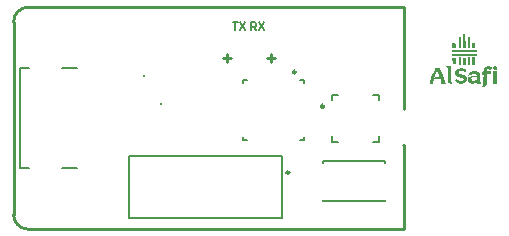
<source format=gto>
G04*
G04 #@! TF.GenerationSoftware,Altium Limited,Altium Designer,23.0.1 (38)*
G04*
G04 Layer_Color=65535*
%FSLAX44Y44*%
%MOMM*%
G71*
G04*
G04 #@! TF.SameCoordinates,2C3C84F8-FCB8-4575-ACAA-8387C9F7B7E4*
G04*
G04*
G04 #@! TF.FilePolarity,Positive*
G04*
G01*
G75*
%ADD10C,0.2540*%
%ADD11C,0.2500*%
%ADD12C,0.2000*%
%ADD13C,0.2286*%
%ADD14C,0.2032*%
G36*
X378826Y162856D02*
X378858Y162830D01*
X378870Y162801D01*
X378875Y162743D01*
X378870Y162668D01*
X378864Y162501D01*
X378858Y162483D01*
X378864Y162460D01*
X378858Y162299D01*
X378855Y161539D01*
X378858Y161098D01*
Y161092D01*
X378867Y160644D01*
X378872Y160616D01*
X378878Y160200D01*
X378884Y159940D01*
X378893Y159729D01*
X378899Y159712D01*
X378893Y159608D01*
X378899Y159591D01*
X378904Y159279D01*
X378910Y159262D01*
X378916Y158840D01*
X378922Y158823D01*
X378930Y158318D01*
X378936Y158018D01*
X378942Y157948D01*
X378945Y157922D01*
X378939Y157905D01*
X378945Y157761D01*
X378953Y157071D01*
X378956Y156721D01*
X378950Y156704D01*
X378956Y156646D01*
X378962Y155324D01*
X378968Y154412D01*
X378974Y154395D01*
X378979Y153864D01*
X378985Y153846D01*
X378994Y153572D01*
X379005Y153526D01*
X379011Y153387D01*
X379017Y153307D01*
X379023Y153191D01*
X379028Y153162D01*
X379031Y153136D01*
X379017Y153110D01*
X379005Y153104D01*
X378977Y153093D01*
X378901Y153087D01*
X378878Y153093D01*
X378630Y153099D01*
X377689Y153104D01*
X377083Y153110D01*
X377066Y153116D01*
X376950Y153122D01*
X376930Y153136D01*
X376924Y153159D01*
X376912Y153240D01*
X376910Y153451D01*
X376915Y154132D01*
X376921Y154484D01*
X376927Y155073D01*
X376933Y155887D01*
X376939Y156574D01*
X376941Y156618D01*
X376936Y156635D01*
X376933Y156724D01*
X376936Y157091D01*
X376930Y157108D01*
X376924Y157553D01*
X376918Y157570D01*
X376912Y157997D01*
X376907Y158015D01*
X376898Y158393D01*
X376886Y158462D01*
X376881Y158745D01*
X376878Y158788D01*
X376884Y158806D01*
X376875Y158884D01*
X376869Y159299D01*
X376863Y159565D01*
X376861Y160659D01*
X376866Y160676D01*
X376861Y162587D01*
X376855Y162605D01*
X376849Y162662D01*
X376843Y162680D01*
X376849Y162737D01*
X376869Y162757D01*
X376898Y162769D01*
X376939Y162775D01*
X376990Y162781D01*
X377008Y162786D01*
X377279Y162792D01*
X377296Y162786D01*
X377978Y162792D01*
X377995Y162798D01*
X378223Y162806D01*
X378232Y162809D01*
X378249Y162804D01*
X378376Y162815D01*
X378416Y162821D01*
X378506Y162835D01*
X378584Y162844D01*
X378624Y162850D01*
X378682Y162856D01*
X378705Y162861D01*
X378826Y162856D01*
D02*
G37*
G36*
X386430Y162659D02*
X386462Y162633D01*
X386473Y162605D01*
X386479Y162581D01*
X386473Y162512D01*
X386479Y162495D01*
X386485Y162420D01*
X386490Y162402D01*
X386496Y162362D01*
X386502Y161969D01*
X386508Y161952D01*
X386513Y160647D01*
X386519Y160607D01*
X386522Y160131D01*
X386519Y160087D01*
X386525Y160070D01*
X386534Y159328D01*
X386539Y159068D01*
X386554Y157518D01*
X386560Y157501D01*
X386568Y156638D01*
X386574Y155339D01*
X386583Y155261D01*
X386580Y155073D01*
X386583Y155024D01*
X386577Y155007D01*
X386583Y154689D01*
X386589Y153973D01*
X386583Y153223D01*
X386577Y153205D01*
X386583Y153148D01*
X386577Y153125D01*
X386557Y153104D01*
X386531Y153096D01*
X386528Y153093D01*
X386488Y153087D01*
X386430Y153081D01*
X386407Y153076D01*
X386352Y153067D01*
X386283Y153055D01*
X386127Y153050D01*
X385873Y153044D01*
X385826Y153038D01*
X385596Y153032D01*
X385385Y153024D01*
X385368Y153018D01*
X385171Y153012D01*
X385154Y153006D01*
X384978Y152998D01*
X384943Y152992D01*
X384652Y152989D01*
X384634Y152995D01*
X384542Y153001D01*
X384528Y153009D01*
X384522Y153021D01*
X384504Y153061D01*
X384499Y153829D01*
X384493Y154753D01*
X384487Y154770D01*
X384493Y156646D01*
X384499Y156664D01*
X384504Y158003D01*
X384499Y159331D01*
X384493Y159348D01*
X384496Y159709D01*
X384490Y160177D01*
X384484Y160771D01*
X384473Y161355D01*
X384467Y161574D01*
X384464Y161583D01*
X384470Y161600D01*
X384464Y161744D01*
X384455Y161978D01*
X384450Y162197D01*
X384444Y162434D01*
X384438Y162503D01*
X384429Y162581D01*
X384435Y162599D01*
X384441Y162622D01*
X384467Y162648D01*
X384493Y162651D01*
X384522Y162639D01*
X384553Y162625D01*
X384704Y162619D01*
X384721Y162613D01*
X384828Y162605D01*
X384926Y162599D01*
X385278Y162593D01*
X386066Y162590D01*
X386083Y162596D01*
X386133Y162605D01*
X386216Y162630D01*
X386239Y162636D01*
X386274Y162642D01*
X386314Y162659D01*
X386337Y162665D01*
X386430Y162659D01*
D02*
G37*
G36*
X372995Y157440D02*
X373197Y157435D01*
X373215Y157429D01*
X373275Y157420D01*
X373353Y157411D01*
X373394Y157406D01*
X373604Y157397D01*
X373662Y157391D01*
X373691Y157385D01*
X373760Y157368D01*
X373789Y157357D01*
X373856Y157336D01*
X373913Y157331D01*
X373936Y157325D01*
X373988Y157319D01*
X374040Y157290D01*
X374055Y157264D01*
X374061Y157241D01*
X374066Y157201D01*
X374069Y157175D01*
X374066Y157155D01*
X374072Y157137D01*
X374078Y157102D01*
X374095Y157062D01*
X374101Y157039D01*
X374107Y156970D01*
X374112Y156952D01*
X374127Y156863D01*
X374136Y156831D01*
X374159Y156739D01*
X374167Y156643D01*
X374173Y156592D01*
X374179Y156511D01*
X374190Y156441D01*
X374202Y156366D01*
X374208Y156314D01*
X374216Y156219D01*
X374234Y156179D01*
X374239Y156138D01*
X374245Y156052D01*
X374257Y156023D01*
X374265Y155991D01*
X374271Y155968D01*
X374283Y155939D01*
X374297Y155919D01*
X374309Y155907D01*
X374338Y155844D01*
X374355Y155815D01*
X374404Y155766D01*
X374433Y155754D01*
X374444Y155737D01*
X374479Y155731D01*
X374488Y155723D01*
X374508Y155668D01*
X374522Y155642D01*
X374528Y155619D01*
X374534Y155578D01*
X374543Y155477D01*
X374560Y155408D01*
X374566Y155373D01*
X374577Y155344D01*
X374589Y155333D01*
X374646Y155310D01*
X374655Y155284D01*
X374661Y155203D01*
X374667Y155186D01*
X374673Y155163D01*
X374687Y155102D01*
X374693Y155067D01*
X374698Y154900D01*
X374704Y154848D01*
X374710Y154773D01*
X374713Y154533D01*
X374707Y154516D01*
X374701Y154430D01*
X374696Y154412D01*
X374701Y154285D01*
X374707Y154268D01*
X374710Y154034D01*
X374704Y154005D01*
X374698Y153982D01*
X374696Y153754D01*
X374701Y153737D01*
X374710Y153578D01*
X374724Y153540D01*
X374730Y153517D01*
X374736Y153367D01*
X374742Y153350D01*
X374736Y153281D01*
X374704Y153249D01*
X374646Y153231D01*
X374404Y153226D01*
X374398D01*
X374306Y153220D01*
X374156Y153214D01*
X374138Y153208D01*
X373769Y153203D01*
X373752Y153197D01*
X373451Y153191D01*
X373376Y153197D01*
X373348Y153208D01*
X373284Y153226D01*
X373244Y153231D01*
X373174Y153237D01*
X373157Y153231D01*
X372701Y153226D01*
X372331Y153220D01*
X371558Y153226D01*
X371540Y153231D01*
X371460Y153237D01*
X371442Y153243D01*
X371405Y153258D01*
X371359Y153286D01*
X371335Y153338D01*
X371330Y153390D01*
X371324Y153408D01*
X371318Y153448D01*
X371312Y153575D01*
X371307Y153592D01*
X371310Y153653D01*
X371304Y153936D01*
X371301Y154095D01*
X371307Y154112D01*
X371312Y154695D01*
X371318Y154712D01*
X371324Y154903D01*
X371330Y154920D01*
X371338Y155518D01*
X371344Y155766D01*
X371347Y156225D01*
X371341Y156242D01*
X371338Y156869D01*
X371341Y157085D01*
X371335Y157102D01*
X371341Y157160D01*
X371347Y157177D01*
X371353Y157241D01*
X371347Y157258D01*
X371353Y157333D01*
X371390Y157382D01*
X371402Y157388D01*
X371431Y157400D01*
X371454Y157406D01*
X371535Y157417D01*
X371592Y157423D01*
X371647Y157432D01*
X371670Y157437D01*
X372092Y157443D01*
X372978Y157446D01*
X372995Y157440D01*
D02*
G37*
G36*
X380833Y165203D02*
X380890Y165197D01*
X381098Y165191D01*
X381283Y165185D01*
X381416Y165179D01*
X381445Y165174D01*
X381560Y165168D01*
X381652Y165162D01*
X381733Y165156D01*
X381831Y165151D01*
X381860Y165145D01*
X382085Y165139D01*
X382290Y165136D01*
X382331Y165153D01*
X382354Y165159D01*
X382406Y165165D01*
X382481Y165200D01*
X382521Y165205D01*
X382550Y165194D01*
X382576Y165168D01*
X382588Y165122D01*
X382582Y165029D01*
X382576Y164885D01*
X382570Y164671D01*
X382565Y164579D01*
X382559Y164227D01*
X382553Y164186D01*
X382544Y163739D01*
X382542Y162420D01*
X382547Y162402D01*
X382553Y161536D01*
X382559Y161519D01*
X382567Y160639D01*
X382573Y159761D01*
X382579Y159132D01*
X382585Y158849D01*
X382588Y158725D01*
X382582Y158708D01*
X382588Y158615D01*
X382585Y155980D01*
X382590Y155743D01*
X382593Y155382D01*
X382588Y155365D01*
X382593Y155347D01*
X382599Y154539D01*
X382605Y154522D01*
X382608Y154069D01*
X382605Y154025D01*
X382611Y154008D01*
X382617Y153898D01*
X382619Y153260D01*
X382614Y153203D01*
X382602Y153174D01*
X382582Y153142D01*
X382550Y153128D01*
X382412Y153122D01*
X382394Y153116D01*
X382267Y153110D01*
X381603Y153104D01*
X381165Y153099D01*
X380798Y153096D01*
X380688Y153102D01*
X380654Y153107D01*
X380633Y153116D01*
X380613Y153136D01*
X380607Y153269D01*
X380602Y153286D01*
X380593Y153976D01*
X380587Y154415D01*
X380584Y154597D01*
X380590Y154614D01*
X380596Y155578D01*
X380602Y155596D01*
X380610Y156626D01*
X380613Y157472D01*
X380607Y157489D01*
X380602Y158846D01*
X380596Y158863D01*
X380593Y159253D01*
X380596Y159268D01*
X380590Y159285D01*
X380584Y159395D01*
X380579Y160370D01*
X380573Y160387D01*
X380567Y161138D01*
X380558Y162174D01*
X380553Y164033D01*
X380550Y164036D01*
X380547Y164911D01*
X380550Y165116D01*
X380544Y165133D01*
X380550Y165174D01*
X380570Y165200D01*
X380610Y165211D01*
X380833Y165203D01*
D02*
G37*
G36*
X388941Y157850D02*
X388959Y157844D01*
X388999Y157839D01*
X389262Y157830D01*
X389394Y157824D01*
X389417Y157818D01*
X389724Y157807D01*
X389839Y157801D01*
X389862Y157795D01*
X389954Y157789D01*
X390093Y157778D01*
X390237Y157772D01*
X390295Y157766D01*
X390410Y157761D01*
X390474Y157755D01*
X390566Y157743D01*
X390641Y157732D01*
X390711Y157726D01*
X390740Y157715D01*
X390771Y157706D01*
X390820Y157697D01*
X390849Y157686D01*
X390884Y157662D01*
X390907Y157639D01*
X390913Y157616D01*
X390919Y157553D01*
X390930Y157524D01*
X390936Y157501D01*
X390942Y157368D01*
X390947Y157351D01*
X390953Y157195D01*
X390959Y157177D01*
X390965Y157051D01*
X390970Y157033D01*
X390965Y157016D01*
X390970Y156941D01*
X390965Y156739D01*
X390970Y156721D01*
X390965Y156525D01*
X390959Y156179D01*
X390953Y156161D01*
X390947Y155780D01*
X390942Y155763D01*
X390936Y155740D01*
X390930Y155457D01*
X390924Y155088D01*
X390919Y154949D01*
X390924Y154932D01*
X390919Y154891D01*
X390927Y154554D01*
X390933Y154427D01*
X390939Y154150D01*
X390942Y153569D01*
X390936Y153552D01*
X390930Y153529D01*
X390924Y153488D01*
X390930Y153465D01*
X390924Y153390D01*
X390919Y153269D01*
X390913Y153252D01*
X390896Y153188D01*
X390890Y153165D01*
X390878Y153136D01*
X390858Y153116D01*
X390812Y153104D01*
X390725Y153099D01*
X390708Y153093D01*
X390252Y153087D01*
X389530Y153093D01*
X389513Y153099D01*
X389094Y153107D01*
X388961Y153113D01*
X388932Y153119D01*
X388794Y153125D01*
X388719Y153131D01*
X388661Y153136D01*
X388583Y153145D01*
X388520Y153151D01*
X388491Y153162D01*
X388448Y153171D01*
X388419Y153182D01*
X388404Y153197D01*
X388396Y153200D01*
X388390Y153211D01*
X388372Y153252D01*
X388378Y153442D01*
X388384Y153460D01*
X388390Y153546D01*
X388396Y153563D01*
X388401Y153587D01*
X388410Y153797D01*
X388413Y153823D01*
Y153829D01*
X388422Y153988D01*
X388427Y154023D01*
X388433Y154138D01*
X388439Y154248D01*
X388445Y154346D01*
X388451Y154455D01*
X388456Y154594D01*
X388462Y154692D01*
X388479Y155166D01*
X388485Y155316D01*
X388491Y155362D01*
X388494Y155388D01*
X388488Y155405D01*
X388494Y155532D01*
X388497Y155841D01*
X388491Y156684D01*
X388488Y156721D01*
X388494Y156739D01*
X388488Y156797D01*
X388482Y157120D01*
X388476Y157137D01*
X388471Y157743D01*
X388476Y157761D01*
X388485Y157804D01*
X388505Y157836D01*
X388520Y157850D01*
X388560Y157856D01*
X388941Y157850D01*
D02*
G37*
G36*
X386736Y152013D02*
X386828Y152008D01*
X387446Y152002D01*
X387463Y151996D01*
X387659Y151990D01*
X387677Y151985D01*
X387717Y151990D01*
X387966Y151985D01*
X388104Y151979D01*
X388121Y151973D01*
X388289Y151967D01*
X388306Y151961D01*
X388499Y151953D01*
X388531Y151944D01*
X388554Y151938D01*
X388650Y151930D01*
X388840Y151924D01*
X388944Y151918D01*
X388967Y151912D01*
X389244Y151906D01*
X389340Y151904D01*
X389357Y151909D01*
X389374Y151904D01*
X389484Y151898D01*
X390413Y151904D01*
X390431Y151909D01*
X390765Y151915D01*
X390783Y151921D01*
X391025Y151927D01*
X391043Y151932D01*
X391181Y151938D01*
X391199Y151944D01*
X391311Y151953D01*
X391415Y151970D01*
X391493Y151979D01*
X391516Y151985D01*
X391637Y151990D01*
X391655Y151996D01*
X391917Y152005D01*
X392053Y152008D01*
X392070Y152002D01*
X392137Y151993D01*
X392166Y151982D01*
X392177Y151970D01*
X392189Y151941D01*
X392195Y151918D01*
X392192Y151840D01*
X392197Y151713D01*
X392209Y151528D01*
X392215Y151338D01*
X392220Y151286D01*
X392226Y151118D01*
X392232Y150893D01*
X392238Y150870D01*
X392243Y150443D01*
X392246Y150336D01*
X392241Y150319D01*
X392249Y150229D01*
X392252Y150215D01*
X392246Y150198D01*
X392241Y150175D01*
X392215Y150148D01*
X392174Y150131D01*
X392137Y150128D01*
X392076Y150131D01*
X392059Y150126D01*
X391984Y150120D01*
X389438Y150114D01*
X389420Y150108D01*
X387178Y150094D01*
X386765Y150091D01*
X386747Y150097D01*
X385769Y150094D01*
X385760Y150097D01*
X385743Y150091D01*
X384854Y150085D01*
X384836Y150079D01*
X383878Y150073D01*
X383428Y150079D01*
X383410Y150085D01*
X382712Y150091D01*
X382695Y150097D01*
X382677Y150091D01*
X382498Y150097D01*
X381938Y150102D01*
X381725Y150108D01*
X380784Y150114D01*
X379184Y150108D01*
X379167Y150102D01*
X379095Y150105D01*
X378994Y150102D01*
X378977Y150108D01*
X378347Y150102D01*
X377602Y150097D01*
X377585Y150091D01*
X377424Y150085D01*
X377406Y150079D01*
X377011Y150071D01*
X376982Y150065D01*
X376832Y150059D01*
X376705Y150053D01*
X376364Y150042D01*
X376231Y150036D01*
X376087Y150030D01*
X375896Y150024D01*
X375458Y150013D01*
X374109Y150010D01*
X374092Y150016D01*
X373769Y150021D01*
X373752Y150027D01*
X373373Y150036D01*
X373189Y150042D01*
X372796Y150053D01*
X372588Y150059D01*
X372418Y150068D01*
X372121Y150076D01*
X372092Y150082D01*
X371688Y150088D01*
X371665Y150094D01*
X371636Y150099D01*
X371598Y150102D01*
X371581Y150097D01*
X371437Y150102D01*
X371177Y150108D01*
X371159Y150114D01*
X371058Y150123D01*
X371006Y150128D01*
X370978Y150140D01*
X370957Y150154D01*
X370949Y150163D01*
X370937Y150192D01*
X370931Y150440D01*
X370937Y150879D01*
X370943Y151214D01*
Y151220D01*
X370949Y151572D01*
X370954Y151612D01*
X370957Y151748D01*
X370951Y151811D01*
X370949Y151826D01*
X370954Y151843D01*
X370960Y151855D01*
X370980Y151875D01*
X371009Y151886D01*
X371050Y151892D01*
X372100Y151886D01*
X372118Y151881D01*
X373192Y151886D01*
X373209Y151892D01*
X373881Y151901D01*
X374199Y151906D01*
X374265Y151909D01*
X374283Y151904D01*
X374300Y151909D01*
X374392Y151915D01*
X374707Y151918D01*
X374727Y151915D01*
X374745Y151921D01*
X374837Y151927D01*
X375385Y151932D01*
X375403Y151938D01*
X376121Y151947D01*
X376523Y151950D01*
X376540Y151944D01*
X377014Y151938D01*
X377031Y151932D01*
X377100Y151938D01*
X377118Y151932D01*
X378341Y151938D01*
X378359Y151944D01*
X378977Y151950D01*
X378994Y151956D01*
X379225Y151961D01*
X379242Y151967D01*
X380068Y151973D01*
X380085Y151967D01*
X380994Y151959D01*
X382723Y151956D01*
X382741Y151961D01*
X382819Y151964D01*
X382868Y151961D01*
X382885Y151967D01*
X383214Y151973D01*
X383231Y151979D01*
X383630Y151985D01*
X383647Y151990D01*
X383950Y151999D01*
X384400Y152005D01*
X384984Y152010D01*
X385417Y152016D01*
X386718Y152019D01*
X386736Y152013D01*
D02*
G37*
G36*
X392059Y148722D02*
X392122Y148688D01*
X392131Y148679D01*
X392142Y148650D01*
X392151Y148572D01*
X392154Y148454D01*
X392148Y148437D01*
X392151Y148238D01*
X392145Y148191D01*
X392142Y148177D01*
X392148Y148160D01*
X392142Y147340D01*
X392137Y147323D01*
X392134Y146863D01*
X392145Y146817D01*
X392148Y146757D01*
X392128Y146725D01*
X392117Y146719D01*
X392065Y146696D01*
X392042Y146690D01*
X391637Y146685D01*
X391562Y146679D01*
X390431Y146673D01*
X389420Y146667D01*
X389403Y146662D01*
X389345Y146656D01*
X389042Y146653D01*
X388987Y146656D01*
X388970Y146650D01*
X388901Y146638D01*
X388546Y146630D01*
X388511Y146624D01*
X388390Y146618D01*
X388072Y146607D01*
X388038Y146601D01*
X387801Y146595D01*
X387645Y146589D01*
X387616Y146583D01*
X387463Y146581D01*
X387457D01*
X387365Y146575D01*
X387010Y146566D01*
X386837Y146560D01*
X386421Y146555D01*
X386378Y146552D01*
X386361Y146558D01*
X386294Y146549D01*
X386259Y146543D01*
X386239Y146540D01*
X386222Y146546D01*
X385853Y146540D01*
X385795Y146535D01*
X385160Y146529D01*
X385142Y146523D01*
X384470Y146520D01*
X383846Y146526D01*
X383604Y146532D01*
X383344Y146537D01*
X383194Y146543D01*
X382940Y146549D01*
X382749Y146555D01*
X382432Y146560D01*
X382371Y146563D01*
X382354Y146558D01*
X382337Y146563D01*
X382247Y146566D01*
X381886Y146563D01*
X381869Y146569D01*
X381794Y146575D01*
X381009Y146581D01*
X380991Y146586D01*
X380506Y146592D01*
X380489Y146598D01*
X380434Y146595D01*
X380065Y146601D01*
X379840Y146607D01*
X379635Y146615D01*
X379617Y146621D01*
X379484Y146627D01*
X379467Y146633D01*
X379326Y146641D01*
X379207Y146644D01*
X379190Y146638D01*
X378754Y146630D01*
X378304Y146624D01*
X378021Y146618D01*
X377865Y146612D01*
X377594Y146607D01*
X377432Y146601D01*
X377190Y146595D01*
X376970Y146589D01*
X376326Y146586D01*
X376309Y146592D01*
X375928Y146598D01*
X375911Y146604D01*
X375671Y146612D01*
X375648Y146618D01*
X375510Y146624D01*
X375313Y146630D01*
X375299Y146633D01*
X375281Y146627D01*
X375215Y146636D01*
X375186Y146641D01*
X375001Y146647D01*
X374892Y146653D01*
X374771Y146659D01*
X374416Y146667D01*
X373971Y146679D01*
X373856Y146685D01*
X373838Y146690D01*
X373434Y146696D01*
X373417Y146702D01*
X373007Y146708D01*
X372990Y146713D01*
X372966Y146719D01*
X372210Y146725D01*
X372199Y146731D01*
X372181Y146725D01*
X372106Y146731D01*
X372089Y146736D01*
X371682Y146745D01*
X371653Y146751D01*
X371226Y146768D01*
X371174Y146774D01*
X371105Y146780D01*
X371041Y146786D01*
X370972Y146797D01*
X370943Y146809D01*
X370934Y146817D01*
X370923Y146823D01*
X370914Y146832D01*
X370902Y146861D01*
X370905Y147268D01*
X370902Y147305D01*
X370908Y147323D01*
X370914Y148229D01*
X370920Y148246D01*
X370926Y148535D01*
X370954Y148575D01*
X370963Y148584D01*
X370986Y148590D01*
X371003Y148596D01*
X371027Y148601D01*
X371081Y148610D01*
X371110Y148616D01*
X371177Y148619D01*
X371183Y148613D01*
X371200Y148619D01*
X371234Y148624D01*
X371252Y148630D01*
X371419Y148636D01*
X371437Y148642D01*
X371679Y148647D01*
X371696Y148653D01*
X372135Y148659D01*
X372152Y148665D01*
X373353Y148659D01*
X373584Y148653D01*
X373659Y148647D01*
X374109Y148642D01*
X374127Y148636D01*
X374441Y148627D01*
X374632Y148622D01*
X374710Y148619D01*
X374716Y148624D01*
X374733Y148619D01*
X374912Y148613D01*
X375215Y148604D01*
X375654Y148593D01*
X375925Y148587D01*
X376150Y148581D01*
X376165Y148578D01*
X376182Y148584D01*
X376275Y148578D01*
X376552Y148572D01*
X376569Y148567D01*
X377432Y148558D01*
X378197Y148555D01*
X378214Y148561D01*
X378272Y148555D01*
X378312Y148561D01*
X378769Y148567D01*
X378786Y148572D01*
X379118Y148575D01*
X379167Y148572D01*
X379184Y148578D01*
X379259Y148584D01*
X379655Y148593D01*
X380128Y148598D01*
X380148Y148601D01*
X380166Y148596D01*
X380379Y148601D01*
X381941Y148604D01*
X382308Y148601D01*
X382325Y148607D01*
X384068Y148613D01*
X384086Y148607D01*
X384952Y148601D01*
X384969Y148596D01*
X385523Y148584D01*
X385541Y148578D01*
X385847Y148572D01*
X385864Y148567D01*
X385904Y148561D01*
X386897Y148555D01*
X386915Y148561D01*
X387203Y148567D01*
X387221Y148572D01*
X387642Y148578D01*
X387659Y148584D01*
X387942Y148590D01*
X387960Y148596D01*
X388280Y148604D01*
X388471Y148610D01*
X388615Y148616D01*
X388806Y148622D01*
X388956Y148627D01*
X389164Y148633D01*
X389389Y148639D01*
X389417Y148645D01*
X389666Y148650D01*
X389822Y148656D01*
X389900Y148665D01*
X390200Y148671D01*
X390307Y148679D01*
X390607Y148691D01*
X390722Y148697D01*
X390745Y148702D01*
X390844Y148708D01*
X390936Y148714D01*
X391017Y148720D01*
X391190Y148725D01*
X392042Y148728D01*
X392059Y148722D01*
D02*
G37*
G36*
X386332Y145409D02*
X386456Y145388D01*
X386476Y145380D01*
X386508Y145354D01*
X386525Y145313D01*
X386531Y145290D01*
X386537Y145204D01*
X386531Y145186D01*
X386537Y145129D01*
X386542Y145111D01*
X386548Y145054D01*
X386542Y145036D01*
X386548Y144909D01*
X386557Y144277D01*
X386560Y144141D01*
X386554Y144124D01*
X386557Y143809D01*
X386551Y143775D01*
X386545Y143082D01*
X386542Y142969D01*
X386548Y142952D01*
X386542Y142935D01*
X386537Y142790D01*
X386528Y141991D01*
X386525Y141936D01*
X386531Y141919D01*
X386525Y141896D01*
X386528Y141558D01*
X386525Y141411D01*
X386531Y141393D01*
X386525Y141232D01*
X386522Y140611D01*
X386525Y140267D01*
X386519Y140250D01*
X386522Y139912D01*
X386519Y139881D01*
X386525Y139863D01*
X386519Y139771D01*
X386513Y139407D01*
X386493Y139375D01*
X386453Y139364D01*
X386430Y139358D01*
X386337Y139353D01*
X386314Y139347D01*
X386274Y139335D01*
X385876Y139329D01*
X385858Y139324D01*
X385835Y139318D01*
X385500Y139312D01*
X385290Y139303D01*
X384675Y139300D01*
X384657Y139306D01*
X384588Y139312D01*
X384577Y139306D01*
X384542Y139318D01*
X384533Y139326D01*
X384528Y139350D01*
X384522Y139384D01*
X384528Y139402D01*
X384522Y139425D01*
X384516Y139777D01*
X384522Y139834D01*
X384528Y144216D01*
X384522Y144234D01*
Y144725D01*
Y144730D01*
X384516Y145117D01*
X384513Y145282D01*
X384522Y145331D01*
X384548Y145362D01*
X384571Y145368D01*
X384678Y145371D01*
X384952Y145368D01*
X384969Y145374D01*
X385036Y145377D01*
X385073Y145374D01*
X385090Y145380D01*
X385420Y145386D01*
X385437Y145391D01*
X385858Y145397D01*
X385876Y145403D01*
X386081Y145412D01*
X386314Y145414D01*
X386332Y145409D01*
D02*
G37*
G36*
X372230Y145313D02*
X372349Y145310D01*
X372354D01*
X372562Y145305D01*
X372580Y145299D01*
X372839Y145293D01*
X372857Y145287D01*
X372995Y145282D01*
X373013Y145276D01*
X373053Y145270D01*
X373145Y145264D01*
X373163Y145259D01*
X373218Y145250D01*
X373287Y145238D01*
X373333Y145233D01*
X373391Y145227D01*
X373587Y145221D01*
X373639Y145215D01*
X373778Y145192D01*
X373841Y145186D01*
X373870Y145181D01*
X373893Y145175D01*
X373971Y145166D01*
X373994Y145160D01*
X374049Y145152D01*
X374081Y145143D01*
X374118Y145134D01*
X374141Y145129D01*
X374170Y145117D01*
X374216Y145088D01*
X374222Y145077D01*
X374251Y145036D01*
X374257Y145025D01*
X374265Y145016D01*
X374274Y145013D01*
X374280Y145002D01*
X374291Y144990D01*
X374303Y144961D01*
X374309Y144817D01*
X374314Y144800D01*
X374320Y144753D01*
X374314Y144736D01*
X374323Y144693D01*
X374349Y144644D01*
X374361Y144615D01*
X374366Y144522D01*
X374361Y144505D01*
X374355Y144465D01*
X374361Y144401D01*
X374366Y144384D01*
X374372Y144344D01*
X374369Y144214D01*
X374375Y144144D01*
X374387Y144081D01*
X374410Y143988D01*
X374416Y143913D01*
X374421Y143821D01*
X374447Y143772D01*
X374453Y143731D01*
X374447Y143708D01*
X374453Y143570D01*
X374459Y143553D01*
X374465Y143512D01*
X374470Y143495D01*
X374476Y143472D01*
X374482Y143397D01*
X374493Y143368D01*
X374502Y143359D01*
X374594Y143353D01*
X374626Y143322D01*
X374632Y143299D01*
X374638Y143085D01*
X374644Y143068D01*
X374649Y142912D01*
X374661Y142883D01*
X374667Y142860D01*
X374673Y142710D01*
X374678Y142692D01*
X374684Y142606D01*
X374690Y142588D01*
X374698Y142418D01*
X374704Y142320D01*
X374710Y142228D01*
X374716Y142147D01*
X374721Y141991D01*
X374727Y141731D01*
X374733Y141621D01*
X374736Y141607D01*
X374730Y141590D01*
X374724Y141480D01*
X374716Y141044D01*
X374713Y140787D01*
X374719Y140770D01*
X374713Y140672D01*
X374707Y140654D01*
X374701Y140550D01*
X374696Y140533D01*
X374687Y140484D01*
X374681Y140461D01*
X374675Y140432D01*
X374664Y140363D01*
X374658Y140340D01*
X374655Y140227D01*
X374661Y140210D01*
X374652Y140143D01*
X374646Y140120D01*
X374612Y140063D01*
X374597Y140042D01*
X374571Y140034D01*
X374548Y140028D01*
X374537Y140016D01*
X374514Y140011D01*
X374493Y140002D01*
X374488Y139990D01*
X374470Y139973D01*
X374465Y139962D01*
X374453Y139933D01*
X374441Y139892D01*
X374436Y139852D01*
X374441Y139794D01*
X374447Y139777D01*
X374450Y139687D01*
X374444Y139664D01*
X374436Y139644D01*
X374421Y139630D01*
X374381Y139612D01*
X374317Y139578D01*
X374288Y139566D01*
X374248Y139560D01*
X374211Y139552D01*
X374188Y139546D01*
X374159Y139540D01*
X374095Y139534D01*
X374014Y139529D01*
X373936Y139520D01*
X373896Y139514D01*
X373884Y139502D01*
X373844Y139491D01*
X373786Y139485D01*
X373676Y139480D01*
X373431Y139477D01*
X373085Y139482D01*
X373024Y139485D01*
X373007Y139480D01*
X372915Y139474D01*
X372233Y139468D01*
X372216Y139462D01*
X371777Y139468D01*
X371760Y139474D01*
X371711Y139482D01*
X371679Y139502D01*
X371665Y139540D01*
X371659Y139806D01*
X371653Y139823D01*
X371647Y140210D01*
X371636Y140279D01*
X371627Y140680D01*
X371621Y140813D01*
X371615Y140929D01*
X371610Y141021D01*
X371604Y141136D01*
X371598Y141327D01*
X371592Y141558D01*
X371587Y141604D01*
X371581Y141997D01*
X371575Y142164D01*
X371569Y142441D01*
X371563Y142476D01*
X371558Y142915D01*
X371555Y144222D01*
X371561Y144240D01*
X371566Y144996D01*
X371572Y145013D01*
X371578Y145227D01*
X371584Y145244D01*
X371607Y145285D01*
X371621Y145299D01*
X371662Y145310D01*
X371702Y145316D01*
X372002Y145322D01*
X372230Y145313D01*
D02*
G37*
G36*
X380841Y145345D02*
X382455Y145342D01*
X382544Y145345D01*
X382585Y145322D01*
X382599Y145308D01*
X382611Y145279D01*
X382617Y145256D01*
X382611Y145134D01*
X382617Y145117D01*
X382611Y144349D01*
Y144344D01*
X382605Y144026D01*
X382599Y142565D01*
X382605Y140233D01*
X382611Y140216D01*
X382614Y139693D01*
X382611Y139615D01*
X382617Y139598D01*
X382611Y139471D01*
X382605Y139453D01*
X382596Y139410D01*
X382582Y139390D01*
X382573Y139381D01*
X382550Y139375D01*
X382432Y139378D01*
X382279Y139375D01*
X382262Y139381D01*
X380986Y139375D01*
X380968Y139370D01*
X380616Y139375D01*
X380596Y139396D01*
X380584Y139425D01*
X380579Y139448D01*
X380573Y139505D01*
X380570Y139612D01*
X380573Y139684D01*
X380567Y139702D01*
X380573Y139881D01*
X380579Y141105D01*
X380584Y141122D01*
X380587Y141200D01*
X380584Y141237D01*
X380590Y141255D01*
X380596Y141740D01*
X380602Y141757D01*
X380607Y142028D01*
X380613Y142046D01*
X380622Y142441D01*
X380628Y142476D01*
X380633Y142718D01*
X380639Y142903D01*
X380645Y143070D01*
X380657Y143613D01*
X380659Y144222D01*
X380654Y144240D01*
X380648Y144522D01*
X380642Y144875D01*
X380636Y144892D01*
X380628Y145120D01*
X380622Y145201D01*
X380605Y145247D01*
X380590Y145296D01*
X380607Y145325D01*
X380622Y145339D01*
X380662Y145351D01*
X380841Y145345D01*
D02*
G37*
G36*
X388526Y145461D02*
X388566Y145455D01*
X388826Y145449D01*
X388843Y145443D01*
X388982Y145437D01*
X388999Y145432D01*
X389432Y145426D01*
X389449Y145420D01*
X389836Y145414D01*
X389853Y145409D01*
X389911Y145403D01*
X390133Y145394D01*
X390272Y145388D01*
X390301Y145383D01*
X390399Y145377D01*
X390451Y145371D01*
X390480Y145365D01*
X390503Y145360D01*
X390532Y145348D01*
X390578Y145319D01*
X390601Y145296D01*
X390613Y145250D01*
X390618Y145106D01*
X390624Y145088D01*
X390627Y144831D01*
X390624Y144696D01*
X390630Y144678D01*
X390636Y144586D01*
X390633Y143954D01*
X390636Y143807D01*
X390630Y143789D01*
X390624Y143731D01*
X390615Y143388D01*
X390610Y143330D01*
X390598Y142932D01*
X390592Y142482D01*
X390587Y142251D01*
X390581Y142153D01*
X390575Y142043D01*
X390569Y142020D01*
X390561Y141988D01*
X390558Y141662D01*
X390561Y141607D01*
X390537Y141549D01*
X390529Y141327D01*
X390523Y141171D01*
X390512Y141102D01*
X390509Y141053D01*
X390514Y141035D01*
X390509Y140995D01*
X390503Y140550D01*
X390497Y140533D01*
X390488Y140265D01*
X390483Y140230D01*
X390477Y140034D01*
X390471Y139791D01*
X390468Y139633D01*
X390474Y139615D01*
X390477Y139520D01*
X390468Y139465D01*
X390462Y139448D01*
X390451Y139402D01*
X390431Y139381D01*
X390390Y139370D01*
X390350Y139364D01*
X390252Y139358D01*
X390234Y139353D01*
X389810Y139344D01*
X389778Y139341D01*
X389761Y139347D01*
X389686Y139341D01*
X388474Y139335D01*
X388410Y139370D01*
X388401Y139402D01*
X388404Y139468D01*
X388399Y140259D01*
X388396Y141110D01*
X388401Y141128D01*
X388404Y141200D01*
X388401Y141249D01*
X388407Y141266D01*
X388416Y142002D01*
X388422Y142199D01*
X388427Y142470D01*
X388433Y142880D01*
X388439Y143082D01*
X388445Y143371D01*
X388451Y143954D01*
X388453Y144846D01*
Y144852D01*
X388448Y145244D01*
X388442Y145261D01*
X388439Y145391D01*
X388445Y145414D01*
X388456Y145443D01*
X388474Y145461D01*
X388508Y145466D01*
X388526Y145461D01*
D02*
G37*
G36*
X378829Y145614D02*
X378841Y145585D01*
X378847Y145562D01*
X378852Y145354D01*
X378858Y145337D01*
X378864Y145088D01*
X378870Y145071D01*
X378864Y145025D01*
X378870Y145007D01*
X378875Y144424D01*
X378881Y144407D01*
X378884Y143902D01*
X378881Y143818D01*
X378887Y143801D01*
X378884Y142753D01*
X378887Y142467D01*
X378881Y142450D01*
X378875Y141087D01*
X378870Y141070D01*
X378875Y141047D01*
X378881Y139817D01*
X378887Y139800D01*
X378893Y139725D01*
X378899Y139592D01*
X378904Y139575D01*
X378910Y139413D01*
X378916Y139390D01*
X378910Y139292D01*
X378881Y139251D01*
X378867Y139237D01*
X378838Y139226D01*
X378792Y139214D01*
X378642Y139220D01*
X378624Y139226D01*
X378564Y139234D01*
X378535Y139240D01*
X378500Y139246D01*
X378471Y139251D01*
X378393Y139260D01*
X378327Y139269D01*
X378304Y139275D01*
X378212Y139280D01*
X378131Y139286D01*
X378032Y139292D01*
X377882Y139298D01*
X377761Y139303D01*
X377628Y139309D01*
X377432Y139315D01*
X377184Y139321D01*
X376987Y139326D01*
X376941Y139338D01*
X376895Y139367D01*
X376884Y139396D01*
X376886Y140005D01*
X376884Y140903D01*
X376889Y140920D01*
X376886Y142020D01*
X376889Y142565D01*
Y142571D01*
X376895Y142802D01*
X376901Y143345D01*
X376907Y143362D01*
X376915Y143752D01*
X376921Y143948D01*
X376927Y144069D01*
X376939Y144456D01*
X376944Y144693D01*
X376950Y144854D01*
X376956Y144947D01*
X376962Y145028D01*
X376967Y145120D01*
X376970Y145204D01*
X376964Y145221D01*
X376976Y145313D01*
X376999Y145354D01*
X377037Y145368D01*
X377118Y145374D01*
X377135Y145380D01*
X377175Y145386D01*
X377244Y145397D01*
X377282Y145406D01*
X377317Y145412D01*
X377374Y145417D01*
X377403Y145423D01*
X377432Y145435D01*
X377464Y145443D01*
X377539Y145449D01*
X377562Y145455D01*
X377611Y145463D01*
X377640Y145469D01*
X377709Y145481D01*
X377787Y145490D01*
X377871Y145498D01*
X377969Y145504D01*
X378044Y145510D01*
X378102Y145515D01*
X378148Y145521D01*
X378206Y145527D01*
X378318Y145536D01*
X378336Y145541D01*
X378359Y145547D01*
X378439Y145553D01*
X378457Y145559D01*
X378552Y145579D01*
X378581Y145585D01*
X378644Y145608D01*
X378682Y145622D01*
X378748Y145637D01*
X378792Y145640D01*
X378829Y145614D01*
D02*
G37*
G36*
X370016Y137909D02*
X370034Y137903D01*
X370057Y137898D01*
X370106Y137866D01*
X370112Y137854D01*
X370123Y137843D01*
X370140Y137779D01*
X370161Y137684D01*
X370166Y137649D01*
X370172Y137522D01*
X370178Y137320D01*
X370184Y137135D01*
X370190Y136246D01*
X370195Y135790D01*
X370198Y135441D01*
X370192Y135424D01*
X370198Y135366D01*
X370204Y134633D01*
X370210Y134615D01*
X370215Y134159D01*
X370221Y134038D01*
X370227Y134021D01*
X370236Y133602D01*
X370241Y133573D01*
X370247Y133169D01*
X370253Y133135D01*
X370259Y132863D01*
X370265Y132280D01*
X370273Y132202D01*
X370279Y131781D01*
X370285Y131763D01*
X370279Y131723D01*
X370285Y131700D01*
X370290Y130794D01*
X370296Y130303D01*
X370299Y129982D01*
X370296Y129627D01*
X370302Y129610D01*
X370296Y128513D01*
X370290Y128496D01*
Y127930D01*
Y127924D01*
X370285Y127607D01*
X370282Y126513D01*
X370288Y126484D01*
X370293Y126218D01*
X370299Y126068D01*
X370305Y126039D01*
X370311Y125941D01*
X370322Y125779D01*
X370328Y125641D01*
X370334Y125612D01*
X370340Y125589D01*
X370345Y125450D01*
X370351Y125387D01*
X370357Y125329D01*
X370363Y125283D01*
X370368Y125202D01*
X370380Y125133D01*
X370392Y125058D01*
X370397Y125023D01*
X370403Y124994D01*
X370409Y124960D01*
X370420Y124913D01*
X370429Y124882D01*
X370446Y124824D01*
X370452Y124783D01*
X370461Y124746D01*
X370470Y124737D01*
X370475Y124726D01*
X370493Y124708D01*
X370504Y124680D01*
X370524Y124625D01*
X370562Y124541D01*
X370576Y124503D01*
X370591Y124478D01*
X370597Y124466D01*
X370640Y124405D01*
X370648Y124402D01*
X370654Y124391D01*
X370666Y124379D01*
X370677Y124351D01*
X370706Y124298D01*
X370735Y124258D01*
X370741Y124247D01*
X370798Y124166D01*
X370801Y124157D01*
X370813Y124151D01*
X370836Y124128D01*
X370848Y124122D01*
X370859Y124111D01*
X370868Y124108D01*
X370874Y124096D01*
X370897Y124056D01*
X370908Y124045D01*
X370926Y124016D01*
X370969Y123972D01*
X370980Y123967D01*
X371024Y123923D01*
X371030Y123900D01*
X371058Y123860D01*
X371079Y123840D01*
X371090Y123834D01*
X371128Y123796D01*
X371133Y123785D01*
X371145Y123773D01*
X371151Y123762D01*
X371162Y123750D01*
X371168Y123738D01*
X371214Y123692D01*
X371220Y123681D01*
X371237Y123664D01*
X371243Y123652D01*
X371275Y123620D01*
X371286Y123614D01*
X371295Y123606D01*
X371301Y123594D01*
X371312Y123583D01*
X371347Y123519D01*
X371410Y123456D01*
X371416Y123444D01*
X371445Y123381D01*
X371439Y123334D01*
X371408Y123303D01*
X371396Y123297D01*
X371367Y123285D01*
X371330Y123277D01*
X371260Y123271D01*
X371237Y123265D01*
X371206Y123256D01*
X371165Y123251D01*
X370995Y123242D01*
X370850Y123236D01*
X370357Y123233D01*
X370340Y123239D01*
X370230Y123245D01*
X369930Y123251D01*
X369912Y123256D01*
X369875Y123265D01*
X369777Y123271D01*
X369719Y123277D01*
X369667Y123282D01*
X369604Y123288D01*
X369511Y123294D01*
X369448Y123300D01*
X369419Y123306D01*
X369344Y123311D01*
X369251Y123323D01*
X369173Y123331D01*
X369150Y123337D01*
X369075Y123343D01*
X369052Y123349D01*
X369012Y123355D01*
X368983Y123372D01*
X368960Y123378D01*
X368902Y123383D01*
X368856Y123395D01*
X368789Y123410D01*
X368766Y123415D01*
X368737Y123427D01*
X368706Y123441D01*
X368648Y123458D01*
X368608Y123464D01*
X368585Y123470D01*
X368527Y123493D01*
X368486Y123499D01*
X368443Y123508D01*
X368420Y123513D01*
X368371Y123528D01*
X368281Y123560D01*
X368238Y123580D01*
X368198Y123597D01*
X368166Y123606D01*
X368137Y123617D01*
X368102Y123640D01*
X368056Y123669D01*
X368036Y123684D01*
X368027Y123692D01*
X368022Y123704D01*
X367996Y123736D01*
X367981Y123756D01*
X367958Y123779D01*
X367952Y123791D01*
X367941Y123802D01*
X367906Y123877D01*
X367900Y123918D01*
X367895Y123952D01*
X367889Y123969D01*
X367883Y123993D01*
X367869Y124030D01*
X367863Y124053D01*
X367854Y124085D01*
X367848Y124108D01*
X367834Y124174D01*
X367828Y124244D01*
X367822Y124267D01*
X367811Y124296D01*
X367805Y124325D01*
X367799Y124405D01*
X367773Y124610D01*
X367768Y124651D01*
X367762Y124720D01*
X367750Y124749D01*
X367742Y124925D01*
X367736Y125035D01*
X367730Y125162D01*
X367724Y125208D01*
X367719Y125329D01*
X367713Y125421D01*
X367710Y125597D01*
X367721Y125626D01*
X367727Y125667D01*
X367721Y125724D01*
X367727Y126336D01*
X367733Y126354D01*
X367739Y126948D01*
X367744Y126966D01*
X367747Y127171D01*
X367744Y127399D01*
X367750Y127416D01*
X367765Y127829D01*
X367770Y128291D01*
X367776Y128701D01*
X367782Y128735D01*
X367788Y129572D01*
X367791Y130932D01*
X367785Y130949D01*
X367779Y132237D01*
X367773Y132254D01*
X367768Y132693D01*
X367762Y132710D01*
X367756Y133080D01*
X367750Y133224D01*
X367744Y133628D01*
X367739Y133645D01*
X367733Y134003D01*
X367727Y134021D01*
X367721Y134292D01*
X367716Y134310D01*
X367710Y134604D01*
X367704Y134621D01*
X367698Y134783D01*
X367690Y135098D01*
X367684Y135248D01*
X367678Y135369D01*
X367672Y135519D01*
X367667Y135709D01*
X367664Y135741D01*
X367669Y135759D01*
X367664Y135799D01*
X367658Y135857D01*
X367652Y136018D01*
X367646Y136036D01*
X367640Y136093D01*
X367635Y136111D01*
X367617Y136168D01*
X367612Y136192D01*
X367603Y136229D01*
X367594Y136249D01*
X367571Y136284D01*
X367560Y136324D01*
X367525Y136388D01*
X367496Y136428D01*
X367491Y136440D01*
X367421Y136532D01*
X367372Y136581D01*
X367361Y136587D01*
X367335Y136613D01*
X367329Y136625D01*
X367300Y136665D01*
X367294Y136677D01*
X367285Y136685D01*
X367274Y136691D01*
X367242Y136717D01*
X367225Y136734D01*
X367219Y136746D01*
X367159Y136806D01*
X367147Y136812D01*
X367138Y136821D01*
X367132Y136832D01*
X367107Y136864D01*
X367055Y136916D01*
X367043Y136922D01*
X367026Y136939D01*
X367014Y136945D01*
X367000Y136965D01*
X366927Y137037D01*
X366916Y137043D01*
X366835Y137124D01*
X366806Y137141D01*
X366786Y137162D01*
X366780Y137173D01*
X366754Y137205D01*
X366743Y137216D01*
X366731Y137222D01*
X366720Y137234D01*
X366708Y137239D01*
X366671Y137277D01*
X366665Y137289D01*
X366636Y137317D01*
X366630Y137329D01*
X366619Y137340D01*
X366613Y137352D01*
X366567Y137398D01*
X366561Y137410D01*
X366469Y137502D01*
X366463Y137514D01*
X366440Y137548D01*
X366434Y137560D01*
X366408Y137586D01*
X366396Y137592D01*
X366359Y137629D01*
X366324Y137693D01*
X366310Y137707D01*
X366298Y137713D01*
X366243Y137768D01*
X366238Y137779D01*
X366209Y137820D01*
X366191Y137860D01*
X366197Y137895D01*
X366229Y137909D01*
X366269Y137915D01*
X366292Y137909D01*
X366512Y137903D01*
X366529Y137898D01*
X366613Y137889D01*
X366647Y137883D01*
X366726Y137874D01*
X366783Y137869D01*
X366812Y137857D01*
X367092Y137849D01*
X367236Y137843D01*
X367687Y137837D01*
X367834Y137834D01*
X367851Y137840D01*
X368432Y137849D01*
X368709Y137860D01*
X368893Y137872D01*
X368997Y137877D01*
X369026Y137883D01*
X369159Y137889D01*
X369251Y137895D01*
X369422Y137903D01*
X369479Y137909D01*
X369780Y137915D01*
X370016Y137909D01*
D02*
G37*
G36*
X402087Y138071D02*
X402272Y138065D01*
X402289Y138059D01*
X402390Y138051D01*
X402436Y138045D01*
X402552Y138027D01*
X402586Y138022D01*
X402638Y138016D01*
X402693Y138007D01*
X402734Y137990D01*
X402774Y137984D01*
X402797Y137978D01*
X402835Y137970D01*
X402864Y137964D01*
X402887Y137958D01*
X402921Y137952D01*
X402950Y137947D01*
X402973Y137941D01*
X403005Y137932D01*
X403045Y137921D01*
X403069Y137915D01*
X403118Y137906D01*
X403146Y137895D01*
X403178Y137880D01*
X403224Y137869D01*
X403256Y137860D01*
X403415Y137811D01*
X403444Y137799D01*
X403507Y137771D01*
X403545Y137762D01*
X403574Y137750D01*
X403617Y137724D01*
X403689Y137698D01*
X403784Y137655D01*
X403825Y137632D01*
X403871Y137603D01*
X403900Y137592D01*
X403940Y137574D01*
X404027Y137528D01*
X404038Y137516D01*
X404050Y137511D01*
X404067Y137493D01*
X404131Y137459D01*
X404171Y137430D01*
X404183Y137424D01*
X404238Y137387D01*
X404275Y137349D01*
X404287Y137343D01*
X404310Y137320D01*
X404321Y137315D01*
X404373Y137274D01*
X404414Y137234D01*
X404425Y137228D01*
X404437Y137216D01*
X404448Y137211D01*
X404463Y137196D01*
X404486Y137156D01*
X404500Y137141D01*
X404541Y137118D01*
X404561Y137098D01*
X404567Y137086D01*
X404595Y137046D01*
X404642Y137000D01*
X404647Y136988D01*
X404665Y136971D01*
X404769Y136757D01*
X404780Y136717D01*
X404786Y136694D01*
X404792Y136653D01*
X404786Y136509D01*
X404772Y136281D01*
X404760Y136252D01*
X404746Y136215D01*
X404731Y136148D01*
X404717Y136117D01*
X404702Y136079D01*
X404685Y136033D01*
X404665Y135984D01*
X404630Y135903D01*
X404624Y135880D01*
X404616Y135848D01*
X404595Y135816D01*
X404584Y135805D01*
X404578Y135793D01*
X404567Y135764D01*
X404561Y135741D01*
X404547Y135704D01*
X404538Y135695D01*
X404532Y135683D01*
X404520Y135672D01*
X404515Y135660D01*
X404503Y135649D01*
X404497Y135637D01*
X404486Y135608D01*
X404471Y135571D01*
X404466Y135548D01*
X404437Y135502D01*
X404428Y135493D01*
X404422Y135481D01*
X404405Y135464D01*
X404379Y135392D01*
X404350Y135363D01*
X404339Y135357D01*
X404318Y135337D01*
X404313Y135326D01*
X404275Y135271D01*
X404238Y135233D01*
X404232Y135222D01*
X404223Y135213D01*
X404212Y135207D01*
X404188Y135184D01*
X404177Y135178D01*
X404165Y135167D01*
X404154Y135161D01*
X404142Y135149D01*
X404131Y135144D01*
X404119Y135132D01*
X404108Y135126D01*
X404085Y135103D01*
X404073Y135098D01*
X404041Y135071D01*
X404015Y135046D01*
X403992Y135040D01*
X403885Y135025D01*
X403807Y135017D01*
X403767Y135011D01*
X403432Y135017D01*
X403415Y135022D01*
X403314Y135031D01*
X403256Y135037D01*
X403175Y135043D01*
X403106Y135060D01*
X403054Y135066D01*
X403031Y135071D01*
X402973Y135083D01*
X402939Y135089D01*
X402881Y135100D01*
X402817Y135124D01*
X402786Y135132D01*
X402762Y135138D01*
X402725Y135147D01*
X402690Y135170D01*
X402664Y135178D01*
X402624Y135184D01*
X402578Y135190D01*
X402561Y135196D01*
X402537Y135201D01*
X402497Y135213D01*
X402468Y135225D01*
X402413Y135245D01*
X402347Y135265D01*
X402292Y135274D01*
X402231Y135305D01*
X402174Y135311D01*
X402113Y135320D01*
X402021Y135331D01*
X401969Y135337D01*
X401911Y135343D01*
X401521Y135346D01*
X401504Y135340D01*
X401342Y135334D01*
X401325Y135329D01*
X401129Y135323D01*
X401111Y135317D01*
X400964Y135308D01*
X400935Y135302D01*
X400875Y135276D01*
X400831Y135268D01*
X400774Y135245D01*
X400716Y135210D01*
X400693Y135187D01*
X400664Y135124D01*
X400655Y135086D01*
X400644Y135040D01*
X400635Y135008D01*
X400624Y134962D01*
X400618Y134725D01*
X400612Y134708D01*
X400609Y134566D01*
X400612Y134523D01*
X400606Y134506D01*
X400597Y134445D01*
X400595Y134413D01*
X400600Y134396D01*
X400595Y134269D01*
X400592Y133891D01*
X400595Y133807D01*
X400589Y133790D01*
X400595Y133686D01*
X400600Y133669D01*
X400606Y133634D01*
X400615Y133619D01*
X400626Y133614D01*
X400655Y133602D01*
X400696Y133596D01*
X401031Y133591D01*
X401048Y133596D01*
X401293Y133594D01*
X401337Y133596D01*
X401354Y133591D01*
X401449Y133588D01*
X401533Y133591D01*
X401550Y133585D01*
X402240Y133576D01*
X402269Y133570D01*
X402604Y133565D01*
X402635Y133562D01*
X402647Y133568D01*
X402664Y133562D01*
X403247Y133556D01*
X403265Y133550D01*
X403634Y133545D01*
X403652Y133539D01*
X403871Y133533D01*
X403888Y133527D01*
X403940Y133521D01*
X403958Y133516D01*
X404007Y133490D01*
X404018Y133461D01*
X404024Y133403D01*
X404018Y133316D01*
X404012Y133299D01*
X404021Y133054D01*
X404027Y132909D01*
X404033Y132696D01*
X404038Y131778D01*
X404041Y131642D01*
X404035Y131625D01*
X404030Y131498D01*
X404024Y131440D01*
X404004Y131414D01*
X403975Y131403D01*
X403929Y131391D01*
X403871Y131385D01*
X403721Y131374D01*
X403536Y131368D01*
X403519Y131362D01*
X403285Y131365D01*
X403222Y131359D01*
X403164Y131354D01*
X403025Y131348D01*
X402869Y131342D01*
X402803Y131339D01*
X402786Y131345D01*
X402682Y131339D01*
X402664Y131333D01*
X402237Y131328D01*
X402220Y131322D01*
X401383Y131316D01*
X401331Y131293D01*
X401224Y131284D01*
X401114Y131278D01*
X401051Y131273D01*
X400953Y131267D01*
X400906Y131261D01*
X400756Y131255D01*
X400647Y131250D01*
X400612Y131244D01*
X400583Y131232D01*
X400574Y131224D01*
X400548Y131209D01*
X400543Y131186D01*
X400548Y131152D01*
X400560Y131123D01*
X400566Y131065D01*
X400560Y130938D01*
X400566Y130845D01*
X400574Y130086D01*
X400580Y130017D01*
X400586Y129567D01*
X400589Y129541D01*
X400583Y129523D01*
X400589Y129448D01*
X400586Y129203D01*
X400589Y127988D01*
X400583Y127970D01*
X400589Y127324D01*
X400592Y126824D01*
X400589Y126787D01*
X400595Y126770D01*
X400603Y126028D01*
X400606Y125990D01*
X400600Y125973D01*
X400606Y125898D01*
X400612Y125361D01*
X400618Y125344D01*
X400624Y124766D01*
X400629Y124726D01*
X400635Y124651D01*
X400638Y124203D01*
X400632Y123845D01*
X400626Y123799D01*
X400621Y123539D01*
X400615Y123407D01*
X400609Y123383D01*
X400600Y123306D01*
X400580Y123054D01*
X400574Y122985D01*
X400554Y122919D01*
X400548Y122809D01*
X400543Y122792D01*
X400537Y122751D01*
X400525Y122705D01*
X400517Y122656D01*
X400511Y122621D01*
X400505Y122541D01*
X400499Y122517D01*
X400491Y122486D01*
X400485Y122463D01*
X400479Y122341D01*
X400473Y122324D01*
X400465Y122223D01*
X400459Y122194D01*
X400453Y122171D01*
X400442Y122102D01*
X400436Y122079D01*
X400421Y122041D01*
X400416Y121983D01*
X400407Y121934D01*
X400395Y121888D01*
X400390Y121859D01*
X400378Y121813D01*
X400346Y121712D01*
X400341Y121689D01*
X400332Y121651D01*
X400320Y121623D01*
X400306Y121591D01*
X400297Y121553D01*
X400283Y121516D01*
X400260Y121475D01*
X400234Y121444D01*
X400202Y121377D01*
X400193Y121346D01*
X400176Y121299D01*
X400150Y121239D01*
X400144Y121227D01*
X400136Y121213D01*
X400124Y121207D01*
X400072Y121184D01*
X400043Y121166D01*
X400003Y121126D01*
X399965Y121112D01*
X399905Y121080D01*
X399876Y121068D01*
X399821Y121048D01*
X399763Y121025D01*
X399714Y121005D01*
X399674Y120993D01*
X399633Y120988D01*
X399593Y120964D01*
X399564Y120953D01*
X399541Y120947D01*
X399472Y120941D01*
X399454Y120936D01*
X399417Y120927D01*
X399330Y120910D01*
X399296Y120904D01*
X399267Y120898D01*
X399198Y120892D01*
X399163Y120886D01*
X399114Y120872D01*
X399053Y120863D01*
X399024Y120858D01*
X399001Y120852D01*
X398886Y120829D01*
X398851Y120823D01*
X398805Y120812D01*
X398759Y120806D01*
X398730Y120800D01*
X398684Y120788D01*
X398609Y120777D01*
X398586Y120771D01*
X398557Y120765D01*
X398534Y120759D01*
X398456Y120751D01*
X398375Y120739D01*
X398300Y120733D01*
X398254Y120722D01*
X398184Y120710D01*
X398161Y120705D01*
X398121Y120693D01*
X398098Y120687D01*
X398057Y120681D01*
X398034Y120676D01*
X397979Y120667D01*
X397951Y120661D01*
X397919Y120653D01*
X397870Y120644D01*
X397847Y120638D01*
X397798Y120618D01*
X397757Y120612D01*
X397670Y120606D01*
X397653Y120601D01*
X397613Y120595D01*
X397590Y120589D01*
X397535Y120581D01*
X397500Y120575D01*
X397425Y120569D01*
X397396Y120563D01*
X397347Y120549D01*
X397307Y120543D01*
X397252Y120534D01*
X397067Y120488D01*
X397035Y120479D01*
X396963Y120471D01*
X396903Y120445D01*
X396842Y120436D01*
X396793Y120422D01*
X396753Y120416D01*
X396729Y120410D01*
X396672Y120404D01*
X396654Y120399D01*
X396597Y120393D01*
X396533Y120399D01*
X396516Y120404D01*
X396470Y120410D01*
X396449Y120430D01*
X396444Y120454D01*
X396452Y120485D01*
X396473Y120511D01*
X396478Y120523D01*
X396501Y120575D01*
X396521Y120630D01*
X396594Y120702D01*
X396600Y120713D01*
X396663Y120754D01*
X396674Y120765D01*
X396712Y120837D01*
X396724Y120843D01*
X396735Y120855D01*
X396776Y120878D01*
X396787Y120889D01*
X396799Y120895D01*
X396830Y120927D01*
X396871Y121002D01*
X396882Y121013D01*
X396888Y121025D01*
X396934Y121071D01*
X396940Y121083D01*
X396952Y121094D01*
X396957Y121106D01*
X396986Y121135D01*
X396992Y121146D01*
X397004Y121158D01*
X397009Y121169D01*
X397038Y121198D01*
X397079Y121273D01*
X397119Y121331D01*
X397125Y121343D01*
X397160Y121418D01*
X397171Y121447D01*
X397217Y121545D01*
X397223Y121568D01*
X397238Y121605D01*
X397263Y121666D01*
X397272Y121698D01*
X397289Y121744D01*
X397304Y121776D01*
X397315Y121805D01*
X397321Y121827D01*
X397333Y121868D01*
X397347Y121905D01*
X397367Y121955D01*
X397379Y121995D01*
X397388Y122050D01*
X397399Y122096D01*
X397405Y122131D01*
X397411Y122160D01*
X397437Y122243D01*
X397468Y122396D01*
X397474Y122419D01*
X397480Y122454D01*
X397486Y122483D01*
X397506Y122549D01*
X397512Y122642D01*
X397517Y122659D01*
X397526Y122725D01*
X397538Y122829D01*
X397543Y122904D01*
X397555Y122979D01*
X397561Y123101D01*
X397566Y123181D01*
X397569Y123184D01*
X397578Y123372D01*
X397590Y123418D01*
X397595Y123562D01*
X397601Y123684D01*
X397607Y123828D01*
X397613Y123886D01*
X397618Y124036D01*
X397624Y124140D01*
X397630Y124272D01*
X397636Y124330D01*
X397642Y124457D01*
X397647Y124556D01*
X397653Y124705D01*
X397659Y124769D01*
X397670Y125139D01*
X397682Y125196D01*
X397688Y125317D01*
X397693Y125427D01*
X397705Y125814D01*
X397711Y126028D01*
X397717Y126062D01*
X397722Y126334D01*
X397728Y126530D01*
X397734Y126743D01*
X397740Y126928D01*
X397746Y126974D01*
X397751Y127373D01*
X397757Y127408D01*
X397763Y127604D01*
X397769Y127713D01*
X397780Y127950D01*
X397786Y128060D01*
X397792Y128181D01*
X397798Y128279D01*
X397803Y128395D01*
X397809Y128487D01*
X397818Y128657D01*
X397823Y128715D01*
X397829Y128732D01*
X397835Y128796D01*
X397829Y128813D01*
X397835Y128836D01*
X397841Y129061D01*
X397847Y129079D01*
X397852Y129212D01*
X397858Y129229D01*
X397864Y129373D01*
X397873Y129497D01*
X397878Y129549D01*
X397884Y129682D01*
X397890Y129792D01*
X397896Y129890D01*
X397901Y130034D01*
X397907Y130063D01*
X397913Y130155D01*
X397930Y130386D01*
X397939Y130493D01*
X397945Y130511D01*
X397951Y130540D01*
X397945Y130557D01*
X397953Y130646D01*
X397959Y130716D01*
X397965Y130744D01*
X397979Y130794D01*
X397974Y130874D01*
X397948Y130906D01*
X397936Y130918D01*
X397867Y130929D01*
X396955Y130923D01*
X396937Y130918D01*
X396533Y130923D01*
X396504Y130941D01*
X396484Y130961D01*
X396478Y130984D01*
X396481Y131039D01*
X396478Y131261D01*
X396484Y131278D01*
X396490Y131619D01*
X396496Y131636D01*
X396504Y132015D01*
X396510Y132176D01*
X396516Y132378D01*
X396521Y132505D01*
X396527Y132690D01*
X396533Y132823D01*
X396539Y132944D01*
X396545Y133013D01*
X396550Y133077D01*
X396556Y133135D01*
X396562Y133163D01*
X396568Y133267D01*
X396573Y133296D01*
X396591Y133342D01*
X396600Y133363D01*
X396626Y133394D01*
X396637Y133406D01*
X396666Y133418D01*
X396758Y133441D01*
X396796Y133449D01*
X396825Y133455D01*
X396848Y133461D01*
X396877Y133467D01*
X396900Y133472D01*
X396949Y133487D01*
X396972Y133492D01*
X397056Y133501D01*
X397125Y133513D01*
X397235Y133530D01*
X397263Y133536D01*
X397298Y133542D01*
X397344Y133547D01*
X397367Y133553D01*
X397416Y133573D01*
X397439Y133579D01*
X397503Y133585D01*
X397520Y133591D01*
X397610Y133599D01*
X397662Y133605D01*
X397708Y133611D01*
X397777Y133617D01*
X397847Y133628D01*
X397979Y133640D01*
X398014Y133645D01*
X398043Y133651D01*
X398153Y133669D01*
X398202Y133695D01*
X398228Y133721D01*
X398239Y133749D01*
X398245Y133773D01*
X398248Y133804D01*
X398242Y133833D01*
X398233Y133842D01*
X398228Y133853D01*
X398170Y133911D01*
X398164Y133923D01*
X398144Y133943D01*
X398132Y133949D01*
X398121Y133960D01*
X398109Y133966D01*
X398037Y134021D01*
X398005Y134035D01*
X397953Y134064D01*
X397939Y134079D01*
X397919Y134116D01*
X397907Y134122D01*
X397890Y134139D01*
X397861Y134156D01*
X397841Y134177D01*
X397829Y134206D01*
X397823Y134229D01*
X397818Y134269D01*
X397826Y134428D01*
X397832Y134566D01*
X397838Y134624D01*
X397844Y134676D01*
X397855Y134745D01*
X397867Y134791D01*
X397881Y134841D01*
X397890Y134895D01*
X397896Y134919D01*
X397904Y134950D01*
X397910Y134991D01*
X397919Y135028D01*
X397924Y135051D01*
X397930Y135080D01*
X397945Y135129D01*
X397959Y135167D01*
X397994Y135253D01*
X398002Y135285D01*
X398011Y135329D01*
X398023Y135357D01*
X398031Y135366D01*
X398037Y135378D01*
X398049Y135406D01*
X398063Y135467D01*
X398075Y135496D01*
X398089Y135533D01*
X398101Y135562D01*
X398118Y135620D01*
X398164Y135724D01*
X398173Y135761D01*
X398184Y135790D01*
X398193Y135799D01*
X398199Y135810D01*
X398210Y135822D01*
X398228Y135863D01*
X398262Y135938D01*
X398268Y135961D01*
X398288Y136016D01*
X398303Y136036D01*
X398326Y136059D01*
X398331Y136070D01*
X398355Y136105D01*
X398398Y136217D01*
X398406Y136226D01*
X398412Y136238D01*
X398427Y136252D01*
X398435Y136255D01*
X398441Y136267D01*
X398453Y136278D01*
X398493Y136353D01*
X398519Y136385D01*
X398528Y136394D01*
X398534Y136405D01*
X398545Y136417D01*
X398551Y136428D01*
X398574Y136469D01*
X398603Y136521D01*
X398640Y136570D01*
X398652Y136575D01*
X398701Y136613D01*
X398713Y136642D01*
X398727Y136679D01*
X398744Y136697D01*
X398808Y136731D01*
X398816Y136740D01*
X398822Y136752D01*
X398848Y136778D01*
X398860Y136783D01*
X398871Y136795D01*
X398883Y136801D01*
X398894Y136812D01*
X398906Y136818D01*
X398941Y136853D01*
X398952Y136858D01*
X398964Y136870D01*
X398975Y136876D01*
X399016Y136905D01*
X399027Y136910D01*
X399140Y136994D01*
X399146Y137006D01*
X399157Y137017D01*
X399163Y137029D01*
X399171Y137037D01*
X399246Y137078D01*
X399293Y137124D01*
X399316Y137130D01*
X399379Y137164D01*
X399397Y137182D01*
X399408Y137188D01*
X399449Y137216D01*
X399478Y137234D01*
X399512Y137257D01*
X399570Y137280D01*
X399581Y137286D01*
X399639Y137326D01*
X399677Y137340D01*
X399723Y137369D01*
X399731Y137378D01*
X399743Y137384D01*
X399755Y137395D01*
X399922Y137482D01*
X399968Y137511D01*
X400006Y137525D01*
X400014Y137534D01*
X400026Y137540D01*
X400061Y137574D01*
X400107Y137586D01*
X400144Y137600D01*
X400202Y137635D01*
X400234Y137649D01*
X400271Y137664D01*
X400300Y137675D01*
X400320Y137684D01*
X400361Y137707D01*
X400395Y137730D01*
X400439Y137739D01*
X400462Y137745D01*
X400505Y137776D01*
X400534Y137788D01*
X400583Y137796D01*
X400621Y137811D01*
X400678Y137834D01*
X400716Y137849D01*
X400797Y137877D01*
X400846Y137892D01*
X400869Y137898D01*
X400906Y137906D01*
X400935Y137918D01*
X400944Y137926D01*
X401013Y137938D01*
X401036Y137944D01*
X401077Y137955D01*
X401123Y137967D01*
X401166Y137976D01*
X401201Y137981D01*
X401270Y137999D01*
X401299Y138004D01*
X401354Y138013D01*
X401394Y138030D01*
X401487Y138036D01*
X401544Y138042D01*
X401567Y138048D01*
X401622Y138056D01*
X401651Y138062D01*
X401703Y138068D01*
X401813Y138074D01*
X402070Y138077D01*
X402087Y138071D01*
D02*
G37*
G36*
X407777Y138085D02*
X407811Y138080D01*
X407840Y138074D01*
X407886Y138062D01*
X407935Y138048D01*
X407993Y138042D01*
X408039Y138013D01*
X408068Y138001D01*
X408100Y137993D01*
X408158Y137958D01*
X408186Y137947D01*
X408282Y137903D01*
X408293Y137898D01*
X408305Y137886D01*
X408316Y137880D01*
X408386Y137834D01*
X408415Y137823D01*
X408455Y137799D01*
X408490Y137765D01*
X408501Y137759D01*
X408556Y137722D01*
X408582Y137696D01*
X408593Y137690D01*
X408605Y137678D01*
X408617Y137672D01*
X408671Y137618D01*
X408674Y137609D01*
X408686Y137603D01*
X408703Y137586D01*
X408744Y137563D01*
X408758Y137548D01*
X408764Y137537D01*
X408787Y137514D01*
X408793Y137502D01*
X408819Y137470D01*
X408865Y137424D01*
X408876Y137418D01*
X408897Y137398D01*
X408920Y137358D01*
X408951Y137315D01*
X408963Y137309D01*
X409018Y137254D01*
X409024Y137242D01*
X409035Y137231D01*
X409041Y137219D01*
X409070Y137179D01*
X409087Y137150D01*
X409110Y137127D01*
X409116Y137115D01*
X409156Y137040D01*
X409185Y137011D01*
X409214Y136959D01*
X409231Y136919D01*
X409252Y136864D01*
X409269Y136818D01*
X409283Y136786D01*
X409292Y136743D01*
X409321Y136697D01*
X409330Y136688D01*
X409341Y136659D01*
X409347Y136636D01*
X409356Y136581D01*
X409361Y136558D01*
X409367Y136529D01*
X409373Y136495D01*
X409379Y136466D01*
X409384Y136431D01*
X409393Y136353D01*
X409399Y136272D01*
X409393Y136255D01*
X409387Y136065D01*
X409382Y136047D01*
X409370Y136001D01*
X409361Y135963D01*
X409350Y135917D01*
X409341Y135886D01*
X409327Y135848D01*
X409298Y135802D01*
X409272Y135759D01*
X409260Y135730D01*
X409197Y135608D01*
X409174Y135574D01*
X409168Y135562D01*
X409139Y135522D01*
X409133Y135510D01*
X409116Y135493D01*
X409110Y135481D01*
X409081Y135453D01*
X409076Y135441D01*
X409032Y135375D01*
X409021Y135369D01*
X408983Y135331D01*
X408978Y135320D01*
X408937Y135279D01*
X408931Y135268D01*
X408920Y135256D01*
X408905Y135219D01*
X408897Y135210D01*
X408891Y135198D01*
X408871Y135178D01*
X408859Y135173D01*
X408842Y135155D01*
X408830Y135149D01*
X408810Y135129D01*
X408804Y135118D01*
X408721Y135034D01*
X408709Y135028D01*
X408637Y134973D01*
X408611Y134947D01*
X408571Y134924D01*
X408498Y134869D01*
X408472Y134849D01*
X408461Y134844D01*
X408449Y134832D01*
X408377Y134806D01*
X408328Y134768D01*
X408316Y134763D01*
X408218Y134717D01*
X408181Y134702D01*
X408114Y134682D01*
X408074Y134676D01*
X408051Y134670D01*
X408010Y134653D01*
X407987Y134647D01*
X407869Y134639D01*
X407595Y134636D01*
X407578Y134641D01*
X407520Y134647D01*
X407439Y134653D01*
X407422Y134659D01*
X407373Y134667D01*
X407326Y134679D01*
X407277Y134693D01*
X407220Y134711D01*
X407165Y134719D01*
X407133Y134740D01*
X407081Y134763D01*
X407049Y134771D01*
X407029Y134780D01*
X406994Y134803D01*
X406954Y134820D01*
X406925Y134832D01*
X406827Y134884D01*
X406786Y134913D01*
X406755Y134921D01*
X406726Y134933D01*
X406706Y134947D01*
X406665Y134988D01*
X406590Y135028D01*
X406550Y135057D01*
X406538Y135063D01*
X406515Y135086D01*
X406504Y135092D01*
X406492Y135103D01*
X406480Y135109D01*
X406446Y135144D01*
X406434Y135149D01*
X406417Y135167D01*
X406405Y135173D01*
X406351Y135227D01*
X406345Y135239D01*
X406336Y135248D01*
X406325Y135253D01*
X406273Y135294D01*
X406264Y135302D01*
X406258Y135314D01*
X406232Y135351D01*
X406221Y135357D01*
X406180Y135386D01*
X406154Y135412D01*
X406131Y135453D01*
X406100Y135484D01*
X406088Y135490D01*
X406039Y135539D01*
X406033Y135551D01*
X406004Y135603D01*
X405947Y135689D01*
X405935Y135701D01*
X405929Y135712D01*
X405883Y135799D01*
X405848Y135834D01*
X405831Y135874D01*
X405825Y135897D01*
X405814Y135926D01*
X405796Y135995D01*
X405782Y136033D01*
X405768Y136065D01*
X405750Y136122D01*
X405744Y136145D01*
X405739Y136220D01*
X405744Y136469D01*
X405768Y136526D01*
X405785Y136561D01*
X405788Y136564D01*
X405799Y136593D01*
X405808Y136625D01*
X405817Y136662D01*
X405822Y136685D01*
X405851Y136743D01*
X405866Y136763D01*
X405889Y136798D01*
X405895Y136809D01*
X405929Y136873D01*
X405947Y136890D01*
X405952Y136902D01*
X405981Y136931D01*
X405987Y136942D01*
X406010Y136977D01*
X406016Y136988D01*
X406045Y137029D01*
X406091Y137075D01*
X406097Y137086D01*
X406108Y137098D01*
X406114Y137109D01*
X406160Y137156D01*
X406166Y137167D01*
X406195Y137208D01*
X406209Y137222D01*
X406221Y137228D01*
X406296Y137303D01*
X406307Y137309D01*
X406339Y137340D01*
X406345Y137352D01*
X406356Y137364D01*
X406362Y137375D01*
X406411Y137424D01*
X406423Y137430D01*
X406440Y137447D01*
X406452Y137453D01*
X406469Y137470D01*
X406480Y137476D01*
X406492Y137488D01*
X406504Y137493D01*
X406541Y137531D01*
X406547Y137542D01*
X406579Y137574D01*
X406631Y137603D01*
X406662Y137629D01*
X406671Y137638D01*
X406680Y137641D01*
X406685Y137652D01*
X406717Y137684D01*
X406772Y137704D01*
X406792Y137713D01*
X406821Y137742D01*
X406833Y137747D01*
X406844Y137759D01*
X406856Y137765D01*
X406873Y137782D01*
X406885Y137788D01*
X406931Y137817D01*
X406960Y137834D01*
X406994Y137857D01*
X407006Y137863D01*
X407046Y137892D01*
X407078Y137900D01*
X407107Y137912D01*
X407127Y137926D01*
X407150Y137949D01*
X407179Y137961D01*
X407202Y137967D01*
X407312Y138019D01*
X407335Y138025D01*
X407373Y138039D01*
X407396Y138045D01*
X407445Y138065D01*
X407514Y138082D01*
X407589Y138088D01*
X407612Y138094D01*
X407777Y138085D01*
D02*
G37*
G36*
X379664Y136206D02*
X379811Y136197D01*
X379938Y136186D01*
X380042Y136180D01*
X380105Y136168D01*
X380163Y136163D01*
X380215Y136157D01*
X380290Y136145D01*
X380319Y136140D01*
X380394Y136128D01*
X380428Y136122D01*
X380504Y136117D01*
X380532Y136105D01*
X380564Y136096D01*
X380587Y136090D01*
X380651Y136085D01*
X380668Y136079D01*
X380706Y136070D01*
X380740Y136065D01*
X380769Y136059D01*
X380804Y136053D01*
X380861Y136041D01*
X380939Y136033D01*
X380977Y136018D01*
X381009Y136004D01*
X381032Y135998D01*
X381101Y135992D01*
X381118Y135987D01*
X381165Y135975D01*
X381196Y135966D01*
X381242Y135955D01*
X381274Y135946D01*
X381343Y135929D01*
X381401Y135923D01*
X381436Y135900D01*
X381505Y135889D01*
X381543Y135880D01*
X381589Y135868D01*
X381621Y135860D01*
X381667Y135848D01*
X381725Y135831D01*
X381771Y135819D01*
X381811Y135813D01*
X381849Y135805D01*
X381878Y135793D01*
X381903Y135785D01*
X381927Y135779D01*
X381984Y135773D01*
X382002Y135767D01*
X382048Y135756D01*
X382085Y135747D01*
X382172Y135730D01*
X382218Y135718D01*
X382293Y135707D01*
X382328Y135701D01*
X382360Y135698D01*
X382377Y135704D01*
X382438Y135712D01*
X382472Y135718D01*
X382518Y135724D01*
X382556Y135727D01*
X382573Y135721D01*
X382732Y135712D01*
X382816Y135709D01*
X382833Y135715D01*
X383018Y135709D01*
X383035Y135704D01*
X383102Y135695D01*
X383136Y135689D01*
X383205Y135683D01*
X383226Y135675D01*
X383240Y135660D01*
X383252Y135632D01*
X383246Y135574D01*
X383205Y135487D01*
X383185Y135398D01*
X383165Y135366D01*
X383153Y135354D01*
X383142Y135308D01*
X383136Y135274D01*
X383125Y135245D01*
X383107Y135204D01*
X383096Y135176D01*
X383078Y135135D01*
X383064Y135098D01*
X383050Y135066D01*
X383032Y135025D01*
X383021Y134979D01*
X383012Y134947D01*
X382989Y134913D01*
X382980Y134887D01*
X382975Y134864D01*
X382963Y134812D01*
X382946Y134771D01*
X382934Y134742D01*
X382914Y134688D01*
X382908Y134664D01*
X382888Y134615D01*
X382876Y134587D01*
X382856Y134497D01*
X382830Y134454D01*
X382819Y134356D01*
X382813Y134338D01*
X382807Y134298D01*
X382801Y134275D01*
X382793Y134185D01*
X382784Y134107D01*
X382772Y134027D01*
X382767Y134003D01*
X382761Y133842D01*
X382755Y133825D01*
X382746Y133712D01*
X382743Y133547D01*
X382749Y133530D01*
X382743Y133386D01*
X382738Y133363D01*
X382743Y133259D01*
X382749Y133241D01*
X382755Y133184D01*
X382746Y133094D01*
X382732Y133057D01*
X382723Y133048D01*
X382700Y133042D01*
X382590Y133036D01*
X382524Y133045D01*
X382466Y133057D01*
X382443Y133062D01*
X382414Y133074D01*
X382383Y133083D01*
X382256Y133123D01*
X382181Y133146D01*
X382158Y133152D01*
X382103Y133172D01*
X382036Y133204D01*
X382007Y133215D01*
X381895Y133259D01*
X381860Y133282D01*
X381834Y133296D01*
X381794Y133308D01*
X381756Y133322D01*
X381684Y133365D01*
X381586Y133418D01*
X381546Y133441D01*
X381482Y133469D01*
X381450Y133478D01*
X381430Y133492D01*
X381401Y133521D01*
X381346Y133542D01*
X381326Y133550D01*
X381315Y133562D01*
X381303Y133568D01*
X381292Y133579D01*
X381234Y133602D01*
X381196Y133617D01*
X381095Y133677D01*
X381066Y133689D01*
X381020Y133700D01*
X380991Y133718D01*
X380960Y133744D01*
X380879Y133773D01*
X380772Y133822D01*
X380743Y133833D01*
X380706Y133848D01*
X380616Y133885D01*
X380579Y133894D01*
X380550Y133905D01*
X380489Y133931D01*
X380440Y133940D01*
X380391Y133960D01*
X380350Y133972D01*
X380327Y133977D01*
X380287Y133983D01*
X380264Y133989D01*
X380203Y134003D01*
X380157Y134015D01*
X380122Y134021D01*
X380076Y134032D01*
X380047Y134038D01*
X379990Y134044D01*
X379961Y134050D01*
X379851Y134067D01*
X379805Y134073D01*
X379770Y134079D01*
X379692Y134087D01*
X379594Y134099D01*
X379430Y134107D01*
X379297Y134113D01*
X379207Y134116D01*
X379190Y134110D01*
X378665Y134104D01*
X378647Y134099D01*
X378558Y134090D01*
X378399Y134070D01*
X378341Y134064D01*
X378289Y134041D01*
X378266Y134035D01*
X378162Y134029D01*
X378145Y134024D01*
X378084Y134015D01*
X378056Y134009D01*
X378032Y134003D01*
X378004Y133998D01*
X377980Y133992D01*
X377885Y133977D01*
X377845Y133954D01*
X377799Y133943D01*
X377764Y133937D01*
X377706Y133914D01*
X377669Y133900D01*
X377620Y133879D01*
X377522Y133833D01*
X377499Y133827D01*
X377467Y133819D01*
X377438Y133807D01*
X377424Y133793D01*
X377412Y133787D01*
X377371Y133764D01*
X377331Y133735D01*
X377302Y133706D01*
X377291Y133700D01*
X377279Y133689D01*
X377267Y133683D01*
X377192Y133608D01*
X377181Y133602D01*
X377149Y133576D01*
X377120Y133513D01*
X377115Y133501D01*
X377086Y133455D01*
X377039Y133368D01*
X377011Y133328D01*
X376999Y133299D01*
X376985Y133262D01*
X376979Y133238D01*
X376973Y133210D01*
X376967Y133187D01*
X376959Y133166D01*
X376936Y133114D01*
X376930Y133011D01*
X376924Y132993D01*
X376915Y132927D01*
X376910Y132881D01*
X376904Y132817D01*
X376898Y132719D01*
X376892Y132673D01*
X376889Y132277D01*
X376895Y132260D01*
X376901Y132219D01*
X376907Y132139D01*
X376912Y132121D01*
X376921Y132084D01*
X376927Y132061D01*
X376944Y132015D01*
X376956Y131986D01*
X376973Y131939D01*
X376993Y131890D01*
X377011Y131862D01*
X377037Y131836D01*
X377089Y131807D01*
X377158Y131737D01*
X377169Y131732D01*
X377267Y131680D01*
X377314Y131651D01*
X377354Y131634D01*
X377389Y131628D01*
X377429Y131605D01*
X377441Y131593D01*
X377470Y131582D01*
X377524Y131573D01*
X377626Y131541D01*
X377657Y131532D01*
X377703Y131515D01*
X377761Y131492D01*
X377793Y131483D01*
X377854Y131469D01*
X377862Y131460D01*
X377891Y131449D01*
X377914Y131443D01*
X377980Y131434D01*
X378004Y131429D01*
X378105Y131397D01*
X378128Y131391D01*
X378165Y131382D01*
X378235Y131371D01*
X378281Y131365D01*
X378310Y131354D01*
X378341Y131339D01*
X378364Y131333D01*
X378425Y131325D01*
X378489Y131307D01*
X378517Y131302D01*
X378587Y131284D01*
X378616Y131278D01*
X378639Y131273D01*
X378668Y131267D01*
X378731Y131261D01*
X378760Y131250D01*
X378769Y131241D01*
X378809Y131229D01*
X378878Y131224D01*
X378896Y131218D01*
X378919Y131212D01*
X378956Y131203D01*
X378979Y131198D01*
X379011Y131189D01*
X379034Y131183D01*
X379075Y131172D01*
X379098Y131166D01*
X379138Y131160D01*
X379184Y131154D01*
X379225Y131125D01*
X379248Y131120D01*
X379305Y131114D01*
X379352Y131102D01*
X379389Y131094D01*
X379412Y131088D01*
X379444Y131079D01*
X379554Y131045D01*
X379594Y131039D01*
X379617Y131033D01*
X379655Y131019D01*
X379681Y131010D01*
X379704Y131004D01*
X379750Y130998D01*
X379837Y130964D01*
X379894Y130947D01*
X379944Y130938D01*
X380001Y130926D01*
X380036Y130920D01*
X380065Y130915D01*
X380114Y130889D01*
X380154Y130877D01*
X380177Y130871D01*
X380249Y130845D01*
X380296Y130828D01*
X380325Y130817D01*
X380414Y130779D01*
X380443Y130767D01*
X380501Y130762D01*
X380541Y130739D01*
X380553Y130727D01*
X380584Y130718D01*
X380630Y130707D01*
X380726Y130664D01*
X380763Y130649D01*
X380810Y130632D01*
X380893Y130594D01*
X380916Y130589D01*
X380948Y130580D01*
X381009Y130554D01*
X381032Y130548D01*
X381069Y130540D01*
X381098Y130528D01*
X381170Y130496D01*
X381242Y130470D01*
X381277Y130447D01*
X381338Y130421D01*
X381398Y130407D01*
X381433Y130384D01*
X381470Y130369D01*
X381522Y130358D01*
X381551Y130340D01*
X381603Y130317D01*
X381641Y130303D01*
X381690Y130283D01*
X381777Y130242D01*
X381800Y130236D01*
X381837Y130222D01*
X381869Y130202D01*
X381921Y130179D01*
X381958Y130164D01*
X382048Y130115D01*
X382088Y130086D01*
X382123Y130063D01*
X382146Y130057D01*
X382244Y130006D01*
X382308Y129971D01*
X382319Y129959D01*
X382417Y129907D01*
X382435Y129890D01*
X382446Y129884D01*
X382567Y129815D01*
X382640Y129760D01*
X382671Y129728D01*
X382683Y129723D01*
X382735Y129694D01*
X382746Y129682D01*
X382758Y129676D01*
X382793Y129642D01*
X382845Y129613D01*
X382876Y129587D01*
X382882Y129575D01*
X382925Y129532D01*
X382937Y129526D01*
X382992Y129489D01*
X383026Y129460D01*
X383032Y129448D01*
X383096Y129385D01*
X383102Y129373D01*
X383125Y129350D01*
X383128Y129341D01*
X383139Y129336D01*
X383162Y129313D01*
X383174Y129307D01*
X383194Y129287D01*
X383200Y129275D01*
X383217Y129258D01*
X383223Y129246D01*
X383246Y129223D01*
X383252Y129212D01*
X383269Y129194D01*
X383275Y129183D01*
X383295Y129163D01*
X383306Y129157D01*
X383327Y129137D01*
X383332Y129125D01*
X383361Y129073D01*
X383402Y129033D01*
X383408Y129021D01*
X383419Y129010D01*
X383425Y128998D01*
X383436Y128987D01*
X383442Y128975D01*
X383483Y128911D01*
X383500Y128883D01*
X383529Y128842D01*
X383535Y128831D01*
X383563Y128784D01*
X383604Y128709D01*
X383627Y128652D01*
X383647Y128597D01*
X383659Y128568D01*
X383667Y128548D01*
X383690Y128496D01*
X383702Y128467D01*
X383716Y128429D01*
X383736Y128380D01*
X383742Y128357D01*
X383757Y128296D01*
X383783Y128236D01*
X383794Y128155D01*
X383800Y128138D01*
X383809Y128100D01*
X383815Y128071D01*
X383820Y128048D01*
X383826Y128019D01*
X383849Y127927D01*
X383855Y127881D01*
X383861Y127858D01*
X383872Y127829D01*
X383881Y127820D01*
X383892Y127780D01*
X383898Y127711D01*
X383904Y127693D01*
X383910Y127670D01*
X383927Y127572D01*
X383944Y127451D01*
X383950Y127387D01*
X383956Y127370D01*
X383962Y127312D01*
X383968Y126954D01*
X383962Y126937D01*
X383956Y126879D01*
X383950Y126787D01*
X383939Y126758D01*
X383930Y126709D01*
X383924Y126686D01*
X383918Y126657D01*
X383901Y126588D01*
X383890Y126524D01*
X383858Y126452D01*
X383849Y126414D01*
X383838Y126386D01*
X383823Y126354D01*
X383800Y126279D01*
X383794Y126256D01*
X383780Y126218D01*
X383742Y126134D01*
X383722Y126080D01*
X383688Y126045D01*
X383679Y126042D01*
X383673Y126031D01*
X383656Y125990D01*
X383647Y125958D01*
X383633Y125927D01*
X383598Y125863D01*
X383569Y125823D01*
X383555Y125785D01*
X383546Y125777D01*
X383523Y125736D01*
X383497Y125704D01*
X383456Y125624D01*
X383448Y125615D01*
X383442Y125603D01*
X383431Y125592D01*
X383408Y125534D01*
X383390Y125505D01*
X383361Y125476D01*
X383355Y125465D01*
X383344Y125453D01*
X383338Y125442D01*
X383327Y125430D01*
X383275Y125332D01*
X383205Y125263D01*
X383191Y125225D01*
X383168Y125190D01*
X383156Y125179D01*
X383145Y125173D01*
X383136Y125164D01*
X383130Y125153D01*
X383102Y125107D01*
X383096Y125095D01*
X383084Y125084D01*
X383078Y125072D01*
X383026Y125020D01*
X383021Y125009D01*
X382992Y124980D01*
X382986Y124968D01*
X382960Y124937D01*
X382946Y124916D01*
X382934Y124905D01*
X382928Y124893D01*
X382911Y124876D01*
X382905Y124864D01*
X382873Y124833D01*
X382862Y124827D01*
X382853Y124818D01*
X382847Y124807D01*
X382830Y124789D01*
X382824Y124778D01*
X382798Y124746D01*
X382787Y124740D01*
X382755Y124714D01*
X382726Y124662D01*
X382712Y124648D01*
X382671Y124625D01*
X382657Y124610D01*
X382622Y124547D01*
X382585Y124509D01*
X382573Y124503D01*
X382562Y124492D01*
X382550Y124486D01*
X382490Y124425D01*
X382484Y124414D01*
X382452Y124382D01*
X382440Y124376D01*
X382409Y124345D01*
X382403Y124333D01*
X382391Y124322D01*
X382386Y124310D01*
X382365Y124290D01*
X382337Y124278D01*
X382325Y124272D01*
X382305Y124252D01*
X382299Y124241D01*
X382273Y124209D01*
X382256Y124192D01*
X382244Y124186D01*
X382204Y124157D01*
X382175Y124128D01*
X382163Y124122D01*
X382152Y124111D01*
X382140Y124105D01*
X382123Y124088D01*
X382111Y124082D01*
X382080Y124056D01*
X382071Y124047D01*
X382059Y124042D01*
X382002Y124001D01*
X381990Y123995D01*
X381961Y123967D01*
X381950Y123961D01*
X381909Y123932D01*
X381898Y123926D01*
X381846Y123874D01*
X381817Y123863D01*
X381777Y123845D01*
X381713Y123811D01*
X381696Y123793D01*
X381684Y123788D01*
X381673Y123776D01*
X381632Y123753D01*
X381580Y123724D01*
X381517Y123684D01*
X381470Y123672D01*
X381433Y123658D01*
X381372Y123632D01*
X381341Y123623D01*
X381312Y123611D01*
X381303Y123603D01*
X381193Y123551D01*
X381156Y123537D01*
X381124Y123522D01*
X381084Y123505D01*
X381037Y123493D01*
X381006Y123484D01*
X380977Y123473D01*
X380951Y123464D01*
X380928Y123458D01*
X380885Y123450D01*
X380838Y123433D01*
X380778Y123407D01*
X380732Y123395D01*
X380622Y123360D01*
X380581Y123355D01*
X380558Y123349D01*
X380527Y123340D01*
X380504Y123334D01*
X380434Y123329D01*
X380192Y123288D01*
X380122Y123282D01*
X380094Y123277D01*
X380062Y123268D01*
X379961Y123259D01*
X379883Y123251D01*
X379860Y123245D01*
X379759Y123236D01*
X379652Y123228D01*
X379635Y123222D01*
X379612Y123216D01*
X379444Y123210D01*
X379427Y123204D01*
X379317Y123199D01*
X379294Y123193D01*
X379179Y123187D01*
X379161Y123181D01*
X378336Y123187D01*
X378318Y123193D01*
X378278Y123199D01*
X378139Y123204D01*
X378122Y123210D01*
X377998Y123219D01*
X377894Y123225D01*
X377845Y123239D01*
X377804Y123245D01*
X377695Y123251D01*
X377677Y123256D01*
X377611Y123265D01*
X377565Y123271D01*
X377435Y123285D01*
X377406Y123297D01*
X377348Y123303D01*
X377288Y123311D01*
X377253Y123317D01*
X377207Y123323D01*
X377172Y123329D01*
X377143Y123334D01*
X377109Y123340D01*
X377086Y123346D01*
X377011Y123357D01*
X376982Y123369D01*
X376956Y123378D01*
X376933Y123383D01*
X376866Y123398D01*
X376774Y123421D01*
X376725Y123441D01*
X376667Y123464D01*
X376627Y123476D01*
X376575Y123482D01*
X376488Y123522D01*
X376451Y123531D01*
X376407Y123557D01*
X376384Y123562D01*
X376332Y123586D01*
X376303Y123597D01*
X376205Y123649D01*
X376176Y123661D01*
X376113Y123684D01*
X376081Y123710D01*
X376052Y123721D01*
X376029Y123727D01*
X376000Y123738D01*
X375966Y123762D01*
X375919Y123791D01*
X375911Y123799D01*
X375899Y123805D01*
X375888Y123816D01*
X375824Y123845D01*
X375813Y123851D01*
X375772Y123880D01*
X375761Y123891D01*
X375749Y123897D01*
X375697Y123920D01*
X375686Y123926D01*
X375654Y123952D01*
X375634Y123972D01*
X375547Y124018D01*
X375518Y124047D01*
X375507Y124053D01*
X375472Y124076D01*
X375443Y124094D01*
X375409Y124117D01*
X375397Y124122D01*
X375365Y124148D01*
X375357Y124157D01*
X375345Y124163D01*
X375322Y124186D01*
X375310Y124192D01*
X375276Y124215D01*
X375235Y124238D01*
X375215Y124258D01*
X375212Y124267D01*
X375201Y124272D01*
X375126Y124313D01*
X375079Y124359D01*
X375068Y124365D01*
X375056Y124376D01*
X375045Y124382D01*
X374993Y124423D01*
X374961Y124449D01*
X374941Y124463D01*
X374929Y124475D01*
X374918Y124480D01*
X374906Y124492D01*
X374895Y124498D01*
X374883Y124509D01*
X374872Y124515D01*
X374854Y124532D01*
X374843Y124538D01*
X374788Y124576D01*
X374748Y124628D01*
X374690Y124662D01*
X374678Y124668D01*
X374673Y124680D01*
X374655Y124697D01*
X374649Y124708D01*
X374641Y124717D01*
X374629Y124723D01*
X374574Y124760D01*
X374563Y124772D01*
X374557Y124783D01*
X374534Y124807D01*
X374531Y124815D01*
X374520Y124821D01*
X374508Y124833D01*
X374496Y124838D01*
X374447Y124887D01*
X374441Y124899D01*
X374430Y124910D01*
X374424Y124922D01*
X374410Y124942D01*
X374398Y124948D01*
X374358Y124977D01*
X374346Y124983D01*
X374323Y125017D01*
X374303Y125049D01*
X374283Y125069D01*
X374254Y125087D01*
X374239Y125101D01*
X374216Y125141D01*
X374196Y125162D01*
X374167Y125179D01*
X374141Y125205D01*
X374101Y125280D01*
X374084Y125297D01*
X374078Y125309D01*
X374066Y125320D01*
X374061Y125332D01*
X374008Y125442D01*
X373997Y125482D01*
X373985Y125528D01*
X373980Y125609D01*
X373968Y125638D01*
X373960Y125745D01*
X373957Y125846D01*
X373962Y125863D01*
X373971Y125929D01*
X373977Y125964D01*
X373983Y126033D01*
X374008Y126082D01*
X374014Y126106D01*
X374023Y126160D01*
X374052Y126241D01*
X374063Y126270D01*
X374089Y126319D01*
X374112Y126360D01*
X374147Y126417D01*
X374170Y126481D01*
X374196Y126513D01*
X374242Y126605D01*
X374277Y126628D01*
X374288Y126634D01*
X374303Y126648D01*
X374320Y126689D01*
X374332Y126718D01*
X374338Y126729D01*
X374418Y126810D01*
X374424Y126821D01*
X374537Y126934D01*
X374548Y126940D01*
X374612Y126974D01*
X374644Y127000D01*
X374664Y127015D01*
X374681Y127032D01*
X374721Y127050D01*
X374750Y127061D01*
X374791Y127078D01*
X374831Y127084D01*
X374898Y127093D01*
X375004Y127096D01*
X375022Y127090D01*
X375088Y127076D01*
X375120Y127067D01*
X375175Y127058D01*
X375204Y127047D01*
X375218Y127032D01*
X375230Y127026D01*
X375281Y127003D01*
X375310Y126986D01*
X375322Y126974D01*
X375334Y126969D01*
X375397Y126940D01*
X375426Y126928D01*
X375582Y126819D01*
X375634Y126790D01*
X375666Y126764D01*
X375680Y126749D01*
X375755Y126709D01*
X375787Y126677D01*
X375790Y126669D01*
X375801Y126663D01*
X375841Y126622D01*
X375894Y126593D01*
X375925Y126567D01*
X375948Y126544D01*
X375954Y126533D01*
X375974Y126513D01*
X375986Y126507D01*
X376021Y126484D01*
X376049Y126466D01*
X376101Y126426D01*
X376124Y126403D01*
X376162Y126389D01*
X376197Y126371D01*
X376251Y126316D01*
X376263Y126311D01*
X376280Y126293D01*
X376292Y126287D01*
X376332Y126264D01*
X376387Y126227D01*
X376407Y126212D01*
X376419Y126201D01*
X376430Y126195D01*
X376454Y126172D01*
X376477Y126166D01*
X376529Y126137D01*
X376575Y126091D01*
X376586Y126085D01*
X376673Y126039D01*
X376705Y126013D01*
X376742Y125976D01*
X376754Y125970D01*
X376829Y125929D01*
X376904Y125878D01*
X376941Y125863D01*
X376973Y125843D01*
X376990Y125826D01*
X377002Y125820D01*
X377054Y125797D01*
X377106Y125768D01*
X377152Y125739D01*
X377164Y125733D01*
X377227Y125704D01*
X377279Y125675D01*
X377311Y125649D01*
X377331Y125635D01*
X377348Y125629D01*
X377371Y125624D01*
X377409Y125615D01*
X377475Y125577D01*
X377507Y125569D01*
X377536Y125557D01*
X377643Y125508D01*
X377683Y125491D01*
X377747Y125462D01*
X377776Y125450D01*
X377799Y125444D01*
X377842Y125436D01*
X377871Y125424D01*
X377879Y125416D01*
X377920Y125404D01*
X377986Y125395D01*
X378009Y125390D01*
X378044Y125384D01*
X378073Y125378D01*
X378188Y125349D01*
X378220Y125341D01*
X378261Y125335D01*
X378298Y125326D01*
X378341Y125300D01*
X378382Y125294D01*
X378451Y125289D01*
X378468Y125283D01*
X378523Y125274D01*
X378552Y125268D01*
X378630Y125260D01*
X378653Y125254D01*
X378751Y125248D01*
X378769Y125243D01*
X378792Y125237D01*
X378953Y125231D01*
X378971Y125225D01*
X379184Y125219D01*
X379617Y125225D01*
X379635Y125231D01*
X379664Y125243D01*
X379687Y125248D01*
X379727Y125254D01*
X379765Y125263D01*
X379880Y125303D01*
X379909Y125315D01*
X380004Y125358D01*
X380076Y125384D01*
X380091Y125398D01*
X380102Y125404D01*
X380200Y125456D01*
X380281Y125514D01*
X380322Y125537D01*
X380333Y125548D01*
X380345Y125554D01*
X380353Y125563D01*
X380359Y125574D01*
X380385Y125600D01*
X380437Y125629D01*
X380452Y125644D01*
X380457Y125655D01*
X380469Y125667D01*
X380472Y125675D01*
X380483Y125681D01*
X380501Y125699D01*
X380512Y125704D01*
X380532Y125724D01*
X380538Y125736D01*
X380567Y125777D01*
X380581Y125791D01*
X380593Y125797D01*
X380630Y125834D01*
X380636Y125846D01*
X380648Y125857D01*
X380654Y125869D01*
X380662Y125883D01*
X380674Y125889D01*
X380688Y125904D01*
X380694Y125915D01*
X380740Y125961D01*
X380755Y125999D01*
X380766Y126028D01*
X380795Y126062D01*
X380815Y126082D01*
X380833Y126123D01*
X380861Y126175D01*
X380902Y126262D01*
X380913Y126290D01*
X380960Y126377D01*
X380983Y126429D01*
X381035Y126539D01*
X381040Y126579D01*
X381049Y126628D01*
X381058Y126706D01*
X381061Y126911D01*
X381037Y127055D01*
X381020Y127101D01*
X381012Y127110D01*
X380989Y127162D01*
X380977Y127203D01*
X380962Y127240D01*
X380942Y127272D01*
X380925Y127289D01*
X380908Y127330D01*
X380873Y127393D01*
X380812Y127454D01*
X380801Y127459D01*
X380778Y127483D01*
X380766Y127488D01*
X380685Y127569D01*
X380674Y127575D01*
X380645Y127604D01*
X380633Y127610D01*
X380599Y127633D01*
X380535Y127667D01*
X380530Y127679D01*
X380518Y127685D01*
X380501Y127702D01*
X380368Y127765D01*
X380304Y127800D01*
X380229Y127835D01*
X380200Y127846D01*
X380148Y127869D01*
X380102Y127887D01*
X380062Y127910D01*
X380016Y127921D01*
X379984Y127930D01*
X379926Y127953D01*
X379863Y127976D01*
X379727Y128019D01*
X379684Y128028D01*
X379655Y128040D01*
X379629Y128054D01*
X379583Y128066D01*
X379537Y128071D01*
X379508Y128083D01*
X379392Y128112D01*
X379360Y128120D01*
X379314Y128132D01*
X379285Y128138D01*
X379239Y128144D01*
X379216Y128149D01*
X379184Y128158D01*
X379161Y128164D01*
X379106Y128172D01*
X379005Y128204D01*
X378968Y128213D01*
X378939Y128219D01*
X378847Y128242D01*
X378812Y128247D01*
X378783Y128253D01*
X378754Y128265D01*
X378717Y128279D01*
X378636Y128285D01*
X378619Y128291D01*
X378581Y128299D01*
X378489Y128322D01*
X378431Y128334D01*
X378339Y128346D01*
X378310Y128357D01*
X378301Y128366D01*
X378243Y128372D01*
X378200Y128380D01*
X378154Y128392D01*
X378122Y128400D01*
X378047Y128424D01*
X378024Y128429D01*
X377955Y128441D01*
X377891Y128447D01*
X377839Y128470D01*
X377781Y128476D01*
X377735Y128487D01*
X377666Y128499D01*
X377643Y128504D01*
X377602Y128510D01*
X377579Y128516D01*
X377548Y128525D01*
X377519Y128530D01*
X377467Y128536D01*
X377438Y128548D01*
X377429Y128556D01*
X377418Y128562D01*
X377389Y128574D01*
X377328Y128582D01*
X377305Y128588D01*
X377273Y128597D01*
X377089Y128643D01*
X377048Y128649D01*
X377005Y128657D01*
X376976Y128669D01*
X376944Y128678D01*
X376884Y128692D01*
X376852Y128701D01*
X376811Y128712D01*
X376742Y128724D01*
X376719Y128730D01*
X376664Y128750D01*
X376627Y128764D01*
X376604Y128770D01*
X376543Y128784D01*
X376517Y128793D01*
X376494Y128799D01*
X376439Y128807D01*
X376370Y128825D01*
X376338Y128834D01*
X376315Y128839D01*
X376205Y128874D01*
X376182Y128880D01*
X376142Y128885D01*
X376136D01*
X376107Y128897D01*
X376055Y128920D01*
X376032Y128926D01*
X375994Y128940D01*
X375963Y128955D01*
X375905Y128978D01*
X375847Y128995D01*
X375807Y129012D01*
X375732Y129047D01*
X375694Y129056D01*
X375660Y129073D01*
X375628Y129087D01*
X375573Y129108D01*
X375564Y129116D01*
X375553Y129122D01*
X375536Y129139D01*
X375495Y129157D01*
X375466Y129168D01*
X375429Y129183D01*
X375394Y129206D01*
X375334Y129249D01*
X375293Y129267D01*
X375247Y129284D01*
X375233Y129292D01*
X375227Y129304D01*
X375195Y129336D01*
X375131Y129370D01*
X375097Y129405D01*
X375088Y129408D01*
X375085Y129417D01*
X375074Y129422D01*
X375062Y129434D01*
X375051Y129440D01*
X375033Y129457D01*
X375022Y129463D01*
X374987Y129497D01*
X374976Y129503D01*
X374947Y129532D01*
X374935Y129538D01*
X374860Y129613D01*
X374849Y129619D01*
X374817Y129645D01*
X374808Y129653D01*
X374797Y129659D01*
X374745Y129711D01*
X374733Y129717D01*
X374690Y129760D01*
X374684Y129772D01*
X374673Y129783D01*
X374667Y129795D01*
X374635Y129826D01*
X374623Y129832D01*
X374606Y129850D01*
X374594Y129855D01*
X374551Y129899D01*
X374545Y129910D01*
X374534Y129922D01*
X374528Y129933D01*
X374447Y130014D01*
X374441Y130026D01*
X374421Y130046D01*
X374410Y130052D01*
X374378Y130078D01*
X374355Y130112D01*
X374332Y130153D01*
X374320Y130164D01*
X374314Y130176D01*
X374300Y130190D01*
X374288Y130196D01*
X374245Y130239D01*
X374239Y130251D01*
X374216Y130285D01*
X374193Y130326D01*
X374176Y130343D01*
X374170Y130355D01*
X374159Y130366D01*
X374153Y130378D01*
X374130Y130401D01*
X374089Y130476D01*
X374069Y130496D01*
X374058Y130502D01*
X374043Y130516D01*
X374037Y130528D01*
X374026Y130540D01*
X374020Y130551D01*
X373997Y130591D01*
X373980Y130620D01*
X373974Y130632D01*
X373933Y130684D01*
X373905Y130713D01*
X373899Y130724D01*
X373881Y130765D01*
X373870Y130794D01*
X373853Y130822D01*
X373841Y130834D01*
X373835Y130845D01*
X373818Y130886D01*
X373806Y130915D01*
X373778Y130955D01*
X373766Y131025D01*
X373752Y131062D01*
X373734Y131108D01*
X373723Y131154D01*
X373711Y131212D01*
X373705Y131258D01*
X373700Y131356D01*
X373694Y131391D01*
X373691Y131977D01*
X373697Y131994D01*
X373705Y132240D01*
X373714Y132271D01*
X373720Y132295D01*
X373726Y132352D01*
X373734Y132413D01*
X373740Y132436D01*
X373757Y132523D01*
X373763Y132546D01*
X373775Y132603D01*
X373781Y132661D01*
X373786Y132690D01*
X373801Y132739D01*
X373821Y132834D01*
X373827Y132858D01*
X373835Y132889D01*
X373881Y133074D01*
X373887Y133120D01*
X373913Y133152D01*
X373933Y133172D01*
X373945Y133212D01*
X373965Y133267D01*
X374023Y133383D01*
X374035Y133412D01*
X374061Y133455D01*
X374066Y133467D01*
X374089Y133490D01*
X374095Y133501D01*
X374136Y133576D01*
X374164Y133617D01*
X374188Y133657D01*
X374199Y133669D01*
X374205Y133680D01*
X374216Y133692D01*
X374222Y133703D01*
X374239Y133721D01*
X374245Y133732D01*
X374257Y133744D01*
X374263Y133755D01*
X374283Y133775D01*
X374294Y133781D01*
X374309Y133796D01*
X374314Y133807D01*
X374361Y133894D01*
X374392Y133926D01*
X374404Y133931D01*
X374418Y133946D01*
X374430Y133975D01*
X374450Y134012D01*
X374462Y134018D01*
X374511Y134055D01*
X374517Y134067D01*
X374554Y134122D01*
X374571Y134139D01*
X374583Y134145D01*
X374621Y134182D01*
X374626Y134194D01*
X374661Y134229D01*
X374667Y134240D01*
X374693Y134272D01*
X374701Y134281D01*
X374707Y134292D01*
X374765Y134350D01*
X374771Y134361D01*
X374817Y134408D01*
X374823Y134419D01*
X374834Y134431D01*
X374840Y134442D01*
X374851Y134454D01*
X374857Y134465D01*
X374892Y134500D01*
X374898Y134511D01*
X374955Y134569D01*
X374958Y134578D01*
X374970Y134584D01*
X374990Y134604D01*
X374996Y134615D01*
X375036Y134667D01*
X375062Y134699D01*
X375077Y134719D01*
X375088Y134731D01*
X375094Y134742D01*
X375123Y134783D01*
X375129Y134794D01*
X375143Y134809D01*
X375154Y134815D01*
X375198Y134846D01*
X375204Y134858D01*
X375233Y134910D01*
X375247Y134924D01*
X375270Y134930D01*
X375310Y134959D01*
X375331Y134979D01*
X375336Y134991D01*
X375351Y135005D01*
X375359Y135008D01*
X375362Y135017D01*
X375374Y135022D01*
X375429Y135077D01*
X375434Y135089D01*
X375443Y135098D01*
X375455Y135103D01*
X375472Y135121D01*
X375484Y135126D01*
X375495Y135138D01*
X375507Y135144D01*
X375605Y135213D01*
X375616Y135219D01*
X375668Y135259D01*
X375686Y135276D01*
X375726Y135300D01*
X375758Y135326D01*
X375766Y135340D01*
X375778Y135346D01*
X375830Y135369D01*
X375868Y135383D01*
X375902Y135406D01*
X375969Y135438D01*
X376055Y135479D01*
X376084Y135496D01*
X376101Y135513D01*
X376113Y135519D01*
X376124Y135531D01*
X376162Y135539D01*
X376191Y135545D01*
X376263Y135577D01*
X376292Y135588D01*
X376347Y135608D01*
X376376Y135620D01*
X376459Y135658D01*
X376482Y135663D01*
X376520Y135678D01*
X376529Y135686D01*
X376540Y135692D01*
X376581Y135709D01*
X376604Y135715D01*
X376647Y135724D01*
X376684Y135738D01*
X376757Y135764D01*
X376786Y135776D01*
X376852Y135802D01*
X376910Y135819D01*
X376959Y135828D01*
X377019Y135860D01*
X377042Y135865D01*
X377086Y135874D01*
X377118Y135883D01*
X377141Y135889D01*
X377181Y135900D01*
X377239Y135917D01*
X377296Y135940D01*
X377337Y135958D01*
X377360Y135963D01*
X377403Y135972D01*
X377464Y135998D01*
X377548Y136013D01*
X377571Y136018D01*
X377599Y136024D01*
X377623Y136030D01*
X377709Y136047D01*
X377779Y136065D01*
X377825Y136070D01*
X377848Y136076D01*
X377877Y136088D01*
X377908Y136096D01*
X378021Y136111D01*
X378050Y136117D01*
X378073Y136122D01*
X378102Y136128D01*
X378136Y136134D01*
X378165Y136140D01*
X378200Y136145D01*
X378252Y136151D01*
X378307Y136160D01*
X378336Y136171D01*
X378376Y136177D01*
X378517Y136186D01*
X378598Y136192D01*
X378725Y136197D01*
X378870Y136203D01*
X379031Y136209D01*
X379646Y136212D01*
X379664Y136206D01*
D02*
G37*
G36*
X357309Y136708D02*
X357327Y136702D01*
X357436Y136697D01*
X357465Y136691D01*
X357505Y136668D01*
X357529Y136662D01*
X357632Y136656D01*
X357650Y136650D01*
X357748Y136639D01*
X357788Y136633D01*
X357910Y136628D01*
X357927Y136622D01*
X357950Y136616D01*
X358403Y136613D01*
X358412Y136616D01*
X358429Y136610D01*
X358747Y136616D01*
X358822Y136622D01*
X358839Y136628D01*
X359030Y136633D01*
X359047Y136639D01*
X359243Y136645D01*
X359284Y136650D01*
X359503Y136656D01*
X359520Y136650D01*
X359679Y136642D01*
X359728Y136628D01*
X359751Y136622D01*
X359809Y136616D01*
X359826Y136610D01*
X359850Y136604D01*
X359890Y136593D01*
X359948Y136575D01*
X359977Y136564D01*
X360031Y136544D01*
X360054Y136538D01*
X360089Y136532D01*
X360112Y136526D01*
X360132Y136512D01*
X360144Y136500D01*
X360155Y136495D01*
X360167Y136483D01*
X360190Y136477D01*
X360219Y136466D01*
X360259Y136443D01*
X360306Y136414D01*
X360317Y136408D01*
X360358Y136379D01*
X360433Y136339D01*
X360464Y136313D01*
X360476Y136301D01*
X360482Y136290D01*
X360513Y136258D01*
X360525Y136252D01*
X360545Y136232D01*
X360551Y136220D01*
X360568Y136203D01*
X360574Y136192D01*
X360597Y136151D01*
X360623Y136119D01*
X360640Y136102D01*
X360652Y136096D01*
X360678Y136070D01*
X360684Y136059D01*
X360738Y135987D01*
X360753Y135966D01*
X360779Y135935D01*
X360788Y135926D01*
X360793Y135914D01*
X360811Y135874D01*
X360816Y135851D01*
X360843Y135819D01*
X360863Y135805D01*
X360868Y135793D01*
X360897Y135747D01*
X360903Y135736D01*
X360990Y135614D01*
X360995Y135603D01*
X361007Y135591D01*
X361013Y135580D01*
X361030Y135539D01*
X361059Y135487D01*
X361088Y135458D01*
X361134Y135372D01*
X361157Y135337D01*
X361169Y135308D01*
X361198Y135256D01*
X361209Y135245D01*
X361215Y135233D01*
X361238Y135198D01*
X361250Y135170D01*
X361313Y135048D01*
X361330Y135031D01*
X361336Y135020D01*
X361353Y134979D01*
X361376Y134939D01*
X361394Y134921D01*
X361400Y134910D01*
X361411Y134881D01*
X361420Y134849D01*
X361463Y134766D01*
X361475Y134737D01*
X361480Y134714D01*
X361515Y134650D01*
X361550Y134615D01*
X361555Y134604D01*
X361573Y134564D01*
X361581Y134526D01*
X361593Y134497D01*
X361619Y134448D01*
X361633Y134410D01*
X361645Y134382D01*
X361654Y134373D01*
X361659Y134361D01*
X361671Y134350D01*
X361694Y134310D01*
X361746Y134200D01*
X361781Y134125D01*
X361786Y134102D01*
X361804Y134055D01*
X361833Y134015D01*
X361841Y133983D01*
X361861Y133940D01*
X361873Y133928D01*
X361879Y133917D01*
X361896Y133900D01*
X361911Y133862D01*
X361916Y133839D01*
X361925Y133807D01*
X361939Y133770D01*
X361983Y133692D01*
X361988Y133674D01*
X362009Y133619D01*
X362017Y133611D01*
X362023Y133599D01*
X362035Y133588D01*
X362040Y133576D01*
X362058Y133536D01*
X362072Y133498D01*
X362081Y133490D01*
X362116Y133426D01*
X362150Y133345D01*
X362185Y133282D01*
X362208Y133241D01*
X362219Y133212D01*
X362225Y133189D01*
X362266Y133138D01*
X362277Y133109D01*
X362283Y133085D01*
X362297Y133048D01*
X362312Y133028D01*
X362341Y132982D01*
X362346Y132958D01*
X362358Y132930D01*
X362375Y132883D01*
X362430Y132811D01*
X362445Y132774D01*
X362462Y132728D01*
X362485Y132693D01*
X362496Y132664D01*
X362505Y132627D01*
X362517Y132598D01*
X362525Y132589D01*
X362641Y132352D01*
X362652Y132306D01*
X362670Y132277D01*
X362681Y132266D01*
X362687Y132254D01*
X362704Y132214D01*
X362710Y132156D01*
X362774Y132035D01*
X362797Y131977D01*
X362805Y131939D01*
X362814Y131908D01*
X362823Y131853D01*
X362834Y131824D01*
X362843Y131815D01*
X362854Y131775D01*
X362860Y131752D01*
X362869Y131714D01*
X362901Y131613D01*
X362938Y131507D01*
X362953Y131457D01*
X362958Y131417D01*
X362987Y131325D01*
X362993Y131302D01*
X363002Y131270D01*
X363016Y131232D01*
X363033Y131175D01*
X363048Y131137D01*
X363071Y131079D01*
X363097Y131013D01*
X363106Y130975D01*
X363126Y130944D01*
X363149Y130909D01*
X363163Y130843D01*
X363175Y130814D01*
X363201Y130765D01*
X363241Y130678D01*
X363250Y130646D01*
X363267Y130612D01*
X363282Y130591D01*
X363305Y130540D01*
X363345Y130453D01*
X363357Y130407D01*
X363368Y130378D01*
X363397Y130326D01*
X363420Y130291D01*
X363438Y130262D01*
X363489Y130164D01*
X363501Y130135D01*
X363507Y130112D01*
X363527Y130057D01*
X363536Y130049D01*
X363541Y130037D01*
X363553Y130026D01*
X363579Y129953D01*
X363593Y129933D01*
X363645Y129858D01*
X363660Y129821D01*
X363694Y129723D01*
X363744Y129621D01*
X363790Y129575D01*
X363798Y129544D01*
X363804Y129521D01*
X363833Y129474D01*
X363882Y129385D01*
X363963Y129217D01*
X363977Y129180D01*
X363986Y129171D01*
X363992Y129160D01*
X364003Y129148D01*
X364038Y129050D01*
X364061Y129010D01*
X364165Y128807D01*
X364223Y128680D01*
X364231Y128643D01*
X364237Y128620D01*
X364249Y128591D01*
X364266Y128545D01*
X364295Y128481D01*
X364306Y128452D01*
X364344Y128369D01*
X364350Y128328D01*
X364358Y128291D01*
X364384Y128247D01*
X364405Y128158D01*
X364419Y128109D01*
X364442Y128034D01*
X364459Y127965D01*
X364471Y127924D01*
X364477Y127884D01*
X364482Y127861D01*
X364494Y127832D01*
X364506Y127791D01*
X364514Y127737D01*
X364520Y127713D01*
X364534Y127664D01*
X364552Y127595D01*
X364561Y127535D01*
X364569Y127457D01*
X364575Y127416D01*
X364592Y127358D01*
X364598Y127335D01*
X364604Y127266D01*
X364610Y127249D01*
X364618Y127217D01*
X364636Y127148D01*
X364641Y127119D01*
X364647Y127096D01*
X364653Y127061D01*
X364661Y126960D01*
X364679Y126920D01*
X364685Y126862D01*
X364693Y126813D01*
X364699Y126778D01*
X364716Y126663D01*
X364725Y126585D01*
X364734Y126524D01*
X364745Y126495D01*
X364754Y126469D01*
X364760Y126446D01*
X364765Y126371D01*
X364771Y126354D01*
X364780Y126299D01*
X364786Y126264D01*
X364803Y126155D01*
X364809Y126085D01*
X364841Y126013D01*
X364846Y125915D01*
X364852Y125898D01*
X364872Y125762D01*
X364887Y125632D01*
X364910Y125580D01*
X364916Y125499D01*
X364921Y125482D01*
X364930Y125444D01*
X364936Y125421D01*
X364941Y125393D01*
X364970Y125277D01*
X364982Y125202D01*
X365008Y125141D01*
X365014Y125118D01*
X365019Y125049D01*
X365025Y125032D01*
X365040Y124960D01*
X365069Y124879D01*
X365089Y124812D01*
X365094Y124755D01*
X365129Y124697D01*
X365135Y124674D01*
X365144Y124630D01*
X365158Y124599D01*
X365175Y124558D01*
X365187Y124529D01*
X365201Y124492D01*
X365219Y124446D01*
X365247Y124382D01*
X365259Y124336D01*
X365271Y124307D01*
X365294Y124272D01*
X365314Y124223D01*
X365328Y124186D01*
X365337Y124177D01*
X365343Y124166D01*
X365395Y124056D01*
X365406Y124027D01*
X365412Y124016D01*
X365452Y123929D01*
X365458Y123906D01*
X365464Y123871D01*
X365484Y123845D01*
X365496Y123840D01*
X365522Y123819D01*
X365533Y123791D01*
X365554Y123736D01*
X365574Y123698D01*
X365614Y123611D01*
X365640Y123539D01*
X365657Y123493D01*
X365663Y123458D01*
X365669Y123435D01*
X365692Y123401D01*
X365712Y123386D01*
X365724Y123357D01*
X365727Y123262D01*
X365712Y123242D01*
X365698Y123228D01*
X365669Y123216D01*
X365631Y123207D01*
X365554Y123199D01*
X365513Y123193D01*
X365481Y123190D01*
X365349Y123196D01*
X365031Y123207D01*
X365002Y123213D01*
X364892Y123219D01*
X364708Y123230D01*
X364592Y123236D01*
X364569Y123242D01*
X364540Y123248D01*
X364419Y123254D01*
X364361Y123259D01*
X364298Y123265D01*
X364205Y123271D01*
X364107Y123277D01*
X363899Y123282D01*
X363772Y123288D01*
X363663Y123294D01*
X363247Y123300D01*
X362647Y123306D01*
X362352Y123311D01*
X362292Y123314D01*
X362274Y123308D01*
X362165Y123314D01*
X362043Y123320D01*
X361991Y123360D01*
X361983Y123369D01*
X361977Y123392D01*
X361971Y123496D01*
X361965Y123513D01*
X361957Y123603D01*
X361951Y123655D01*
X361945Y123713D01*
X361939Y123811D01*
X361934Y123834D01*
X361928Y123863D01*
X361922Y123978D01*
X361916Y124042D01*
X361911Y124088D01*
X361905Y124140D01*
X361899Y124215D01*
X361893Y124267D01*
X361884Y124298D01*
X361879Y124322D01*
X361864Y124434D01*
X361847Y124538D01*
X361838Y124616D01*
X361833Y124639D01*
X361827Y124714D01*
X361815Y124743D01*
X361810Y124766D01*
X361804Y124882D01*
X361798Y124899D01*
X361789Y124954D01*
X361783Y124988D01*
X361766Y125075D01*
X361760Y125139D01*
X361749Y125167D01*
X361735Y125217D01*
X361729Y125292D01*
X361723Y125309D01*
X361714Y125341D01*
X361708Y125370D01*
X361703Y125393D01*
X361697Y125421D01*
X361691Y125444D01*
X361685Y125473D01*
X361680Y125497D01*
X361674Y125531D01*
X361668Y125583D01*
X361662Y125606D01*
X361654Y125638D01*
X361648Y125696D01*
X361639Y125756D01*
X361633Y125785D01*
X361628Y125820D01*
X361622Y125849D01*
X361616Y125883D01*
X361605Y125941D01*
X361599Y126004D01*
X361593Y126033D01*
X361581Y126062D01*
X361567Y126100D01*
X361561Y126169D01*
X361555Y126186D01*
X361547Y126224D01*
X361530Y126311D01*
X361524Y126345D01*
X361512Y126391D01*
X361506Y126449D01*
X361501Y126478D01*
X361489Y126507D01*
X361480Y126533D01*
X361475Y126556D01*
X361460Y126616D01*
X361454Y126640D01*
X361443Y126709D01*
X361414Y126772D01*
X361405Y126804D01*
X361400Y126827D01*
X361382Y126873D01*
X361356Y126905D01*
X361327Y126917D01*
X361304Y126923D01*
X361238Y126931D01*
X360958Y126946D01*
X360580Y126954D01*
X357924Y126960D01*
X357465Y126963D01*
X357448Y126957D01*
X357006Y126966D01*
X356963Y126969D01*
X356945Y126963D01*
X356870Y126969D01*
X356290Y126960D01*
X356152Y126954D01*
X356123Y126948D01*
X356042Y126943D01*
X355979Y126931D01*
X355950Y126920D01*
X355932Y126902D01*
X355903Y126850D01*
X355869Y126816D01*
X355863Y126804D01*
X355851Y126793D01*
X355846Y126781D01*
X355828Y126764D01*
X355805Y126706D01*
X355797Y126657D01*
X355791Y126628D01*
X355774Y126582D01*
X355762Y126553D01*
X355727Y126495D01*
X355719Y126487D01*
X355710Y126455D01*
X355704Y126420D01*
X355699Y126391D01*
X355690Y126360D01*
X355684Y126336D01*
X355661Y126262D01*
X355649Y126215D01*
X355632Y126117D01*
X355623Y126074D01*
X355612Y126045D01*
X355606Y126022D01*
X355600Y125958D01*
X355589Y125901D01*
X355577Y125854D01*
X355557Y125788D01*
X355534Y125696D01*
X355528Y125638D01*
X355511Y125597D01*
X355505Y125574D01*
X355496Y125497D01*
X355491Y125462D01*
X355467Y125312D01*
X355459Y125234D01*
X355453Y125176D01*
X355442Y125147D01*
X355427Y125006D01*
X355415Y124902D01*
X355410Y124838D01*
X355401Y124737D01*
X355390Y124708D01*
X355384Y124685D01*
X355378Y124529D01*
X355372Y124512D01*
X355364Y124399D01*
X355355Y124293D01*
X355349Y124275D01*
X355343Y124252D01*
X355335Y123978D01*
X355329Y123857D01*
X355323Y123834D01*
X355317Y123730D01*
X355306Y123580D01*
X355300Y123511D01*
X355294Y123412D01*
X355289Y123389D01*
X355265Y123343D01*
X355254Y123337D01*
X355225Y123326D01*
X354821Y123320D01*
X354264Y123329D01*
X353761Y123334D01*
X352714Y123337D01*
X352696Y123331D01*
X352644Y123337D01*
X352627Y123331D01*
X352413Y123337D01*
X352396Y123343D01*
X352353Y123352D01*
X352330Y123357D01*
X352275Y123378D01*
X352249Y123404D01*
X352263Y123441D01*
X352298Y123476D01*
X352309Y123482D01*
X352330Y123502D01*
X352336Y123513D01*
X352359Y123554D01*
X352370Y123583D01*
X352393Y123635D01*
X352422Y123698D01*
X352445Y123750D01*
X352465Y123805D01*
X352497Y123865D01*
X352503Y123889D01*
X352512Y123938D01*
X352526Y123987D01*
X352537Y124027D01*
X352564Y124099D01*
X352575Y124128D01*
X352587Y124174D01*
X352592Y124221D01*
X352601Y124275D01*
X352613Y124304D01*
X352618Y124327D01*
X352627Y124376D01*
X352639Y124405D01*
X352644Y124428D01*
X352659Y124478D01*
X352670Y124547D01*
X352676Y124587D01*
X352682Y124610D01*
X352688Y124668D01*
X352693Y124714D01*
X352705Y124743D01*
X352711Y124783D01*
X352719Y124850D01*
X352725Y124879D01*
X352731Y124902D01*
X352737Y124937D01*
X352743Y124965D01*
X352748Y125012D01*
X352754Y125144D01*
X352760Y125167D01*
X352769Y125199D01*
X352774Y125222D01*
X352780Y125297D01*
X352786Y125315D01*
X352792Y125349D01*
X352797Y125367D01*
X352806Y125410D01*
X352812Y125444D01*
X352821Y125522D01*
X352826Y125609D01*
X352832Y125626D01*
X352838Y125649D01*
X352844Y125788D01*
X352849Y125805D01*
X352858Y125901D01*
X352864Y125958D01*
X352872Y126065D01*
X352878Y126082D01*
X352884Y126106D01*
X352890Y126209D01*
X352896Y126227D01*
X352904Y126282D01*
X352910Y126311D01*
X352916Y126334D01*
X352927Y126391D01*
X352933Y126426D01*
X352939Y126472D01*
X352945Y126495D01*
X352953Y126527D01*
X352959Y126550D01*
X352965Y126619D01*
X352971Y126637D01*
X352982Y126706D01*
X353002Y126796D01*
X353008Y126819D01*
X353022Y126868D01*
X353031Y126923D01*
X353046Y126972D01*
X353051Y127029D01*
X353060Y127067D01*
X353080Y127133D01*
X353092Y127179D01*
X353101Y127217D01*
X353112Y127263D01*
X353126Y127312D01*
X353135Y127350D01*
X353147Y127379D01*
X353155Y127387D01*
X353167Y127428D01*
X353173Y127451D01*
X353181Y127488D01*
X353190Y127514D01*
X353207Y127584D01*
X353222Y127667D01*
X353228Y127696D01*
X353242Y127728D01*
X353256Y127765D01*
X353262Y127788D01*
X353279Y127823D01*
X353305Y127866D01*
X353314Y127915D01*
X353317Y127918D01*
Y127924D01*
X353331Y127962D01*
X353352Y128011D01*
X353369Y128080D01*
X353378Y128135D01*
X353383Y128164D01*
X353389Y128198D01*
X353401Y128256D01*
X353421Y128288D01*
X353432Y128299D01*
X353444Y128328D01*
X353456Y128375D01*
X353473Y128415D01*
X353490Y128473D01*
X353496Y128496D01*
X353510Y128533D01*
X353536Y128594D01*
X353548Y128634D01*
X353554Y128657D01*
X353562Y128730D01*
X353568Y128758D01*
X353574Y128793D01*
X353580Y128822D01*
X353609Y128885D01*
X353617Y128894D01*
X353623Y128906D01*
X353652Y128946D01*
X353686Y129021D01*
X353701Y129059D01*
X353707Y129082D01*
X353712Y129111D01*
X353718Y129145D01*
X353724Y129174D01*
X353730Y129197D01*
X353741Y129226D01*
X353759Y129272D01*
X353767Y129281D01*
X353813Y129379D01*
X353819Y129419D01*
X353813Y129477D01*
X353808Y129494D01*
X353793Y129532D01*
X353785Y129558D01*
X353790Y129587D01*
X353828Y129636D01*
X353868Y129642D01*
X353897Y129630D01*
X353949Y129578D01*
X353978Y129584D01*
X354021Y129627D01*
X354027Y129639D01*
X354050Y129674D01*
X354073Y129714D01*
X354091Y129731D01*
X354114Y129772D01*
X354125Y129783D01*
X354131Y129795D01*
X354171Y129858D01*
X354177Y129870D01*
X354200Y129904D01*
X354218Y129945D01*
X354229Y129974D01*
X354238Y130011D01*
X354246Y130031D01*
X354269Y130066D01*
X354281Y130112D01*
X354287Y130153D01*
X354298Y130164D01*
X354304Y130176D01*
X354333Y130216D01*
X354339Y130228D01*
X354356Y130268D01*
X354374Y130326D01*
X354379Y130349D01*
X354397Y130407D01*
X354405Y130444D01*
X354411Y130467D01*
X354443Y130534D01*
X354457Y130594D01*
X354489Y130695D01*
X354503Y130733D01*
X354509Y130756D01*
X354547Y130840D01*
X354552Y130863D01*
X354561Y130900D01*
X354573Y130929D01*
X354581Y130955D01*
X354593Y131001D01*
X354602Y131039D01*
X354630Y131102D01*
X354648Y131149D01*
X354662Y131186D01*
X354679Y131227D01*
X354703Y131284D01*
X354717Y131351D01*
X354743Y131400D01*
X354749Y131423D01*
X354757Y131472D01*
X354775Y131518D01*
X354792Y131553D01*
X354804Y131582D01*
X354827Y131645D01*
X354838Y131674D01*
X354847Y131683D01*
X354882Y131758D01*
X354890Y131789D01*
X354922Y131856D01*
X354931Y131888D01*
X354942Y131916D01*
X354965Y131951D01*
X354974Y131960D01*
X354980Y131971D01*
X355009Y132012D01*
X355061Y132110D01*
X355098Y132165D01*
X355112Y132196D01*
X355144Y132257D01*
X355156Y132263D01*
X355187Y132295D01*
X355222Y132358D01*
X355257Y132393D01*
X355283Y132436D01*
X355294Y132442D01*
X355306Y132453D01*
X355358Y132482D01*
X355378Y132502D01*
X355384Y132514D01*
X355424Y132554D01*
X355430Y132566D01*
X355476Y132612D01*
X355517Y132687D01*
X355534Y132704D01*
X355540Y132716D01*
X355551Y132728D01*
X355557Y132751D01*
X355569Y132762D01*
X355638Y132907D01*
X355644Y132918D01*
X355701Y132999D01*
X355733Y133088D01*
X355742Y133097D01*
X355747Y133109D01*
X355788Y133172D01*
X355794Y133195D01*
X355799Y133212D01*
X355814Y133250D01*
X355857Y133345D01*
X355872Y133383D01*
X355898Y133438D01*
X355921Y133478D01*
X355938Y133518D01*
X355947Y133556D01*
X355970Y133591D01*
X355996Y133617D01*
X356002Y133628D01*
X356013Y133657D01*
X356030Y133703D01*
X356065Y133784D01*
X356111Y133871D01*
X356123Y133882D01*
X356169Y133969D01*
X356186Y133986D01*
X356192Y133998D01*
X356250Y134107D01*
X356273Y134148D01*
X356284Y134159D01*
X356290Y134171D01*
X356313Y134211D01*
X356348Y134275D01*
X356377Y134327D01*
X356406Y134367D01*
X356429Y134402D01*
X356443Y134439D01*
X356466Y134474D01*
X356487Y134494D01*
X356492Y134506D01*
X356515Y134558D01*
X356533Y134587D01*
X356562Y134615D01*
X356567Y134627D01*
X356590Y134662D01*
X356648Y134771D01*
X356677Y134812D01*
X356700Y134846D01*
X356729Y134898D01*
X356755Y134930D01*
X356769Y134944D01*
X356784Y134982D01*
X356813Y135046D01*
X356821Y135054D01*
X356827Y135077D01*
X356839Y135089D01*
X356850Y135118D01*
X356865Y135155D01*
X356891Y135210D01*
X356914Y135245D01*
X356920Y135256D01*
X356937Y135297D01*
X356943Y135320D01*
X356971Y135372D01*
X356989Y135412D01*
X357000Y135458D01*
X357029Y135551D01*
X357052Y135643D01*
X357072Y135698D01*
X357078Y135727D01*
X357084Y135773D01*
X357096Y135802D01*
X357110Y135834D01*
X357116Y135857D01*
X357122Y135949D01*
X357127Y135966D01*
X357136Y136033D01*
X357142Y136079D01*
X357147Y136137D01*
X357153Y136246D01*
X357159Y136373D01*
X357165Y136443D01*
X357168Y136567D01*
X357162Y136584D01*
X357168Y136694D01*
X357182Y136708D01*
X357205Y136714D01*
X357309Y136708D01*
D02*
G37*
G36*
X390437Y133781D02*
X390454Y133775D01*
X390748Y133770D01*
X390765Y133764D01*
X390956Y133758D01*
X390973Y133752D01*
X391155Y133744D01*
X391193Y133729D01*
X391216Y133723D01*
X391320Y133718D01*
X391337Y133712D01*
X391392Y133703D01*
X391461Y133692D01*
X391539Y133683D01*
X391603Y133677D01*
X391643Y133660D01*
X391666Y133654D01*
X391753Y133648D01*
X391770Y133643D01*
X391831Y133634D01*
X391865Y133628D01*
X391958Y133605D01*
X392053Y133591D01*
X392105Y133568D01*
X392128Y133562D01*
X392166Y133547D01*
X392197Y133533D01*
X392255Y133516D01*
X392278Y133510D01*
X392319Y133498D01*
X392356Y133484D01*
X392402Y133467D01*
X392434Y133458D01*
X392472Y133449D01*
X392500Y133438D01*
X392532Y133423D01*
X392573Y133412D01*
X392604Y133403D01*
X392700Y133360D01*
X392737Y133345D01*
X392801Y133316D01*
X392830Y133305D01*
X392861Y133291D01*
X392884Y133285D01*
X392939Y133265D01*
X392954Y133250D01*
X392982Y133238D01*
X393037Y133218D01*
X393072Y133189D01*
X393086Y133175D01*
X393098Y133169D01*
X393150Y133146D01*
X393187Y133132D01*
X393234Y133103D01*
X393268Y133080D01*
X393317Y133060D01*
X393372Y133039D01*
X393381Y133031D01*
X393392Y133025D01*
X393410Y133008D01*
X393600Y132909D01*
X393612Y132898D01*
X393623Y132892D01*
X393635Y132881D01*
X393647Y132875D01*
X393768Y132788D01*
X393779Y132782D01*
X393811Y132756D01*
X393828Y132739D01*
X393834Y132728D01*
X393848Y132713D01*
X393860Y132707D01*
X393900Y132678D01*
X393915Y132664D01*
X393921Y132653D01*
X393938Y132635D01*
X393944Y132624D01*
X393964Y132603D01*
X393975Y132598D01*
X393987Y132586D01*
X393999Y132580D01*
X394059Y132520D01*
X394065Y132508D01*
X394091Y132476D01*
X394114Y132442D01*
X394128Y132422D01*
X394146Y132404D01*
X394152Y132393D01*
X394180Y132364D01*
X394186Y132352D01*
X394227Y132300D01*
X394279Y132248D01*
X394293Y132211D01*
X394305Y132182D01*
X394319Y132162D01*
X394328Y132153D01*
X394339Y132147D01*
X394354Y132133D01*
X394359Y132121D01*
X394377Y132104D01*
X394417Y132029D01*
X394463Y131948D01*
X394487Y131913D01*
X394492Y131890D01*
X394507Y131853D01*
X394521Y131833D01*
X394530Y131824D01*
X394541Y131818D01*
X394556Y131804D01*
X394573Y131763D01*
X394588Y131726D01*
X394596Y131717D01*
X394602Y131706D01*
X394631Y131642D01*
X394642Y131613D01*
X394651Y131582D01*
X394663Y131553D01*
X394671Y131532D01*
X394706Y131457D01*
X394712Y131434D01*
X394717Y131400D01*
X394740Y131365D01*
X394752Y131336D01*
X394758Y131313D01*
X394767Y131276D01*
X394781Y131244D01*
X394798Y131175D01*
X394807Y131137D01*
X394813Y131108D01*
X394830Y131039D01*
X394836Y131010D01*
X394844Y130955D01*
X394873Y130892D01*
X394879Y130770D01*
X394885Y130753D01*
X394893Y130693D01*
X394899Y130658D01*
X394905Y130629D01*
X394911Y130594D01*
X394917Y130548D01*
X394925Y130493D01*
X394931Y130476D01*
X394937Y130401D01*
X394943Y130257D01*
X394948Y130239D01*
X394957Y130052D01*
X394963Y129953D01*
X394968Y129838D01*
X394974Y129705D01*
X394977Y129668D01*
X394971Y129662D01*
X394977Y129645D01*
X394983Y129431D01*
X394992Y128458D01*
X394997Y128060D01*
X395003Y127875D01*
X395009Y127355D01*
X395015Y127153D01*
X395020Y126963D01*
X395029Y126885D01*
X395035Y126452D01*
X395041Y126435D01*
X395047Y126279D01*
X395052Y126262D01*
X395058Y126134D01*
X395064Y126065D01*
X395070Y126048D01*
X395075Y126025D01*
X395081Y125892D01*
X395087Y125875D01*
X395101Y125647D01*
X395113Y125497D01*
X395119Y125444D01*
X395124Y125387D01*
X395136Y125317D01*
X395148Y125260D01*
X395153Y125202D01*
X395159Y125179D01*
X395168Y125147D01*
X395173Y125124D01*
X395179Y125049D01*
X395185Y125032D01*
X395191Y124997D01*
X395197Y124980D01*
X395205Y124948D01*
X395211Y124925D01*
X395231Y124859D01*
X395243Y124818D01*
X395251Y124763D01*
X395257Y124740D01*
X395277Y124691D01*
X395289Y124645D01*
X395347Y124524D01*
X395353Y124512D01*
X395422Y124368D01*
X395430Y124325D01*
X395442Y124296D01*
X395451Y124287D01*
X395456Y124275D01*
X395480Y124223D01*
X395526Y124137D01*
X395555Y124096D01*
X395572Y124068D01*
X395595Y124033D01*
X395612Y123993D01*
X395647Y123929D01*
X395687Y123854D01*
X395716Y123825D01*
X395722Y123814D01*
X395774Y123715D01*
X395832Y123635D01*
X395837Y123623D01*
X395849Y123611D01*
X395907Y123502D01*
X395918Y123490D01*
X395924Y123479D01*
X395936Y123467D01*
X395941Y123456D01*
X395970Y123392D01*
X395964Y123357D01*
X395944Y123331D01*
X395933Y123326D01*
X395892Y123308D01*
X395835Y123303D01*
X395811Y123297D01*
X395592Y123285D01*
X395575Y123279D01*
X395401Y123274D01*
X395384Y123268D01*
X395156Y123259D01*
X394478Y123251D01*
X394460Y123256D01*
X393404Y123262D01*
X393387Y123268D01*
X393127Y123274D01*
X393110Y123279D01*
X392951Y123288D01*
X392873Y123297D01*
X392850Y123303D01*
X392752Y123314D01*
X392729Y123320D01*
X392685Y123329D01*
X392665Y123337D01*
X392622Y123369D01*
X392616Y123381D01*
X392593Y123404D01*
X392587Y123415D01*
X392575Y123444D01*
X392567Y123476D01*
X392555Y123505D01*
X392523Y123565D01*
X392512Y123594D01*
X392503Y123626D01*
X392480Y123689D01*
X392472Y123698D01*
X392449Y123738D01*
X392437Y123767D01*
X392428Y123805D01*
X392420Y123825D01*
X392397Y123860D01*
X392391Y123883D01*
X392385Y123923D01*
X392379Y123958D01*
X392345Y124033D01*
X392319Y124105D01*
X392290Y124151D01*
X392275Y124171D01*
X392261Y124186D01*
X392249Y124192D01*
X392226Y124215D01*
X392203Y124221D01*
X392189Y124223D01*
X392166Y124218D01*
X392117Y124203D01*
X392079Y124189D01*
X392070Y124180D01*
X392059Y124174D01*
X392047Y124163D01*
X392018Y124151D01*
X391964Y124131D01*
X391929Y124108D01*
X391897Y124088D01*
X391822Y124053D01*
X391785Y124039D01*
X391738Y124021D01*
X391707Y124013D01*
X391637Y123995D01*
X391626Y123984D01*
X391614Y123978D01*
X391591Y123955D01*
X391562Y123944D01*
X391525Y123929D01*
X391424Y123880D01*
X391349Y123845D01*
X391320Y123834D01*
X391245Y123799D01*
X391216Y123788D01*
X391164Y123759D01*
X391152Y123747D01*
X391121Y123738D01*
X391097Y123733D01*
X391063Y123715D01*
X391037Y123701D01*
X391025Y123695D01*
X390997Y123684D01*
X390973Y123678D01*
X390933Y123666D01*
X390910Y123661D01*
X390855Y123640D01*
X390823Y123626D01*
X390742Y123597D01*
X390708Y123574D01*
X390659Y123565D01*
X390630Y123560D01*
X390581Y123539D01*
X390552Y123528D01*
X390514Y123513D01*
X390483Y123505D01*
X390442Y123493D01*
X390419Y123487D01*
X390379Y123476D01*
X390312Y123467D01*
X390289Y123461D01*
X390257Y123453D01*
X390217Y123447D01*
X390194Y123441D01*
X390102Y123412D01*
X390053Y123404D01*
X390024Y123398D01*
X389989Y123392D01*
X389960Y123386D01*
X389868Y123375D01*
X389819Y123360D01*
X389796Y123355D01*
X389703Y123349D01*
X389686Y123343D01*
X389516Y123329D01*
X389417Y123323D01*
X389371Y123311D01*
X389316Y123308D01*
X389305Y123314D01*
X389288Y123308D01*
X389025Y123306D01*
X389005Y123308D01*
X388987Y123303D01*
X388941Y123297D01*
X388924Y123291D01*
X388185Y123297D01*
X388167Y123303D01*
X388127Y123297D01*
X388029Y123308D01*
X387902Y123314D01*
X387885Y123320D01*
X387743Y123329D01*
X387634Y123334D01*
X387556Y123343D01*
X387483Y123352D01*
X387408Y123363D01*
X387374Y123369D01*
X387351Y123375D01*
X387316Y123381D01*
X387287Y123386D01*
X387224Y123392D01*
X387201Y123398D01*
X387163Y123412D01*
X387140Y123418D01*
X387085Y123427D01*
X387036Y123441D01*
X386921Y123470D01*
X386880Y123482D01*
X386822Y123499D01*
X386773Y123508D01*
X386744Y123519D01*
X386713Y123534D01*
X386690Y123539D01*
X386635Y123560D01*
X386571Y123588D01*
X386522Y123609D01*
X386493Y123620D01*
X386395Y123666D01*
X386349Y123678D01*
X386311Y123692D01*
X386303Y123701D01*
X386291Y123707D01*
X386239Y123730D01*
X386216Y123736D01*
X386130Y123782D01*
X386072Y123822D01*
X385974Y123874D01*
X385959Y123889D01*
X385956Y123897D01*
X385945Y123903D01*
X385933Y123915D01*
X385896Y123929D01*
X385864Y123949D01*
X385829Y123984D01*
X385818Y123990D01*
X385777Y124013D01*
X385746Y124039D01*
X385720Y124065D01*
X385708Y124071D01*
X385685Y124094D01*
X385673Y124099D01*
X385662Y124111D01*
X385650Y124117D01*
X385610Y124157D01*
X385598Y124163D01*
X385581Y124180D01*
X385570Y124186D01*
X385521Y124235D01*
X385515Y124247D01*
X385489Y124278D01*
X385448Y124301D01*
X385434Y124310D01*
X385428Y124322D01*
X385388Y124397D01*
X385341Y124443D01*
X385336Y124454D01*
X385324Y124466D01*
X385278Y124553D01*
X385255Y124576D01*
X385249Y124587D01*
X385232Y124605D01*
X385226Y124616D01*
X385209Y124633D01*
X385183Y124705D01*
X385168Y124726D01*
X385151Y124743D01*
X385140Y124772D01*
X385128Y124812D01*
X385111Y124841D01*
X385088Y124876D01*
X384984Y125090D01*
X384975Y125133D01*
X384963Y125162D01*
X384940Y125196D01*
X384926Y125234D01*
X384917Y125266D01*
X384885Y125338D01*
X384880Y125361D01*
X384862Y125419D01*
X384842Y125473D01*
X384831Y125502D01*
X384816Y125540D01*
X384810Y125574D01*
X384770Y125661D01*
X384764Y125702D01*
X384747Y125759D01*
X384735Y125805D01*
X384715Y125901D01*
X384709Y125929D01*
X384704Y125953D01*
X384698Y125987D01*
X384689Y126042D01*
X384678Y126071D01*
X384672Y126094D01*
X384666Y126134D01*
X384660Y126215D01*
X384655Y126233D01*
X384640Y126380D01*
X384634Y126472D01*
X384623Y126530D01*
X384620Y126925D01*
X384626Y126943D01*
X384631Y126983D01*
X384640Y127090D01*
X384657Y127280D01*
X384663Y127361D01*
X384683Y127428D01*
X384689Y127532D01*
X384695Y127549D01*
X384709Y127638D01*
X384721Y127696D01*
X384727Y127719D01*
X384733Y127777D01*
X384738Y127806D01*
X384764Y127866D01*
X384773Y127933D01*
X384779Y127956D01*
X384787Y127988D01*
X384793Y128011D01*
X384805Y128051D01*
X384816Y128097D01*
X384828Y128138D01*
X384836Y128169D01*
X384842Y128227D01*
X384848Y128256D01*
X384874Y128317D01*
X384883Y128377D01*
X384897Y128427D01*
X384908Y128455D01*
X384923Y128493D01*
X384955Y128565D01*
X384975Y128620D01*
X384986Y128649D01*
X385001Y128680D01*
X385012Y128727D01*
X385021Y128758D01*
X385050Y128805D01*
X385067Y128822D01*
X385079Y128828D01*
X385119Y128845D01*
X385191Y128871D01*
X385217Y128880D01*
X385275Y128903D01*
X385287Y128909D01*
X385318Y128934D01*
X385339Y128949D01*
X385347Y128958D01*
X385353Y128969D01*
X385362Y128978D01*
X385402Y128989D01*
X385448Y128978D01*
X385544Y128992D01*
X385590Y129004D01*
X385757Y129061D01*
X385815Y129073D01*
X385844Y129085D01*
X385876Y129099D01*
X386083Y129105D01*
X386101Y129111D01*
X386133Y129119D01*
X386199Y129139D01*
X386222Y129145D01*
X386283Y129154D01*
X386314Y129163D01*
X386337Y129168D01*
X386436Y129174D01*
X386453Y129180D01*
X386519Y129194D01*
X386554Y129200D01*
X386672Y129214D01*
X386753Y129220D01*
X386770Y129226D01*
X386794Y129232D01*
X386843Y129241D01*
X386941Y129275D01*
X386987Y129292D01*
X387007Y129301D01*
X387128Y129359D01*
X387157Y129370D01*
X387238Y129417D01*
X387261Y129422D01*
X387299Y129437D01*
X387382Y129463D01*
X387423Y129474D01*
X387550Y129497D01*
X387605Y129506D01*
X387634Y129518D01*
X387657Y129523D01*
X387738Y129529D01*
X387812Y129541D01*
X387916Y129558D01*
X387994Y129567D01*
X388084Y129575D01*
X388222Y129581D01*
X388393Y129590D01*
X388488Y129593D01*
X388534Y129587D01*
X388589Y129584D01*
X388606Y129590D01*
X388681Y129584D01*
X388696Y129587D01*
X388959Y129584D01*
X388976Y129590D01*
X389233Y129587D01*
X389392Y129590D01*
X389409Y129584D01*
X389622Y129578D01*
X389640Y129572D01*
X389865Y129567D01*
X389882Y129561D01*
X390119Y129555D01*
X390136Y129549D01*
X390439Y129541D01*
X390509Y129535D01*
X390572Y129529D01*
X390641Y129523D01*
X390763Y129518D01*
X390855Y129512D01*
X390901Y129506D01*
X390936Y129500D01*
X390994Y129489D01*
X391017Y129483D01*
X391046Y129477D01*
X391080Y129471D01*
X391132Y129466D01*
X391201Y129460D01*
X391265Y129454D01*
X391294Y129448D01*
X391363Y129437D01*
X391392Y129431D01*
X391415Y129425D01*
X391444Y129419D01*
X391479Y129414D01*
X391510Y129405D01*
X391533Y129399D01*
X391574Y129382D01*
X391609Y129388D01*
X391626Y129394D01*
X391649Y129388D01*
X391689Y129365D01*
X391724Y129341D01*
X391756Y129333D01*
X391802Y129304D01*
X391828Y129295D01*
X391860Y129287D01*
X391889Y129275D01*
X391897Y129267D01*
X391909Y129261D01*
X391940Y129235D01*
X391949Y129226D01*
X391978Y129232D01*
X391987Y129241D01*
X392021Y129316D01*
X392033Y129385D01*
X392039Y129477D01*
X392033Y129621D01*
X392027Y129639D01*
X392018Y129780D01*
X392013Y129844D01*
X392001Y129913D01*
X391995Y129936D01*
X391990Y129971D01*
X391981Y130026D01*
X391946Y130101D01*
X391937Y130150D01*
X391900Y130233D01*
X391883Y130274D01*
X391831Y130372D01*
X391819Y130384D01*
X391813Y130395D01*
X391796Y130436D01*
X391767Y130487D01*
X391747Y130502D01*
X391715Y130534D01*
X391710Y130545D01*
X391666Y130589D01*
X391655Y130594D01*
X391623Y130620D01*
X391597Y130652D01*
X391525Y130707D01*
X391505Y130721D01*
X391482Y130744D01*
X391470Y130750D01*
X391458Y130762D01*
X391447Y130767D01*
X391435Y130779D01*
X391424Y130785D01*
X391343Y130843D01*
X391331Y130848D01*
X391320Y130860D01*
X391308Y130866D01*
X391277Y130892D01*
X391262Y130906D01*
X391233Y130918D01*
X391170Y130952D01*
X391158Y130964D01*
X391118Y130981D01*
X391089Y130993D01*
X391034Y131030D01*
X390999Y131053D01*
X390991Y131062D01*
X390979Y131068D01*
X390968Y131079D01*
X390956Y131085D01*
X390823Y131149D01*
X390800Y131154D01*
X390765Y131160D01*
X390734Y131186D01*
X390719Y131201D01*
X390679Y131212D01*
X390618Y131227D01*
X390581Y131241D01*
X390552Y131252D01*
X390390Y131304D01*
X390367Y131310D01*
X390312Y131319D01*
X390281Y131333D01*
X390252Y131345D01*
X390182Y131351D01*
X390165Y131356D01*
X390142Y131362D01*
X390104Y131371D01*
X390070Y131377D01*
X390012Y131388D01*
X389943Y131400D01*
X389874Y131405D01*
X389827Y131417D01*
X389683Y131423D01*
X389403Y131426D01*
X389386Y131420D01*
X389285Y131411D01*
X389239Y131405D01*
X389161Y131397D01*
X389137Y131391D01*
X389077Y131382D01*
X389008Y131377D01*
X388979Y131371D01*
X388947Y131351D01*
X388907Y131333D01*
X388883Y131328D01*
X388846Y131313D01*
X388800Y131296D01*
X388771Y131284D01*
X388748Y131278D01*
X388716Y131264D01*
X388687Y131252D01*
X388624Y131224D01*
X388577Y131212D01*
X388540Y131203D01*
X388511Y131192D01*
X388479Y131177D01*
X388416Y131154D01*
X388375Y131125D01*
X388312Y131097D01*
X388274Y131082D01*
X388246Y131071D01*
X388139Y131022D01*
X388075Y130998D01*
X388041Y130975D01*
X388018Y130970D01*
X387937Y130935D01*
X387856Y130906D01*
X387850D01*
X387792Y130883D01*
X387717Y130860D01*
X387680Y130851D01*
X387657Y130845D01*
X387625Y130825D01*
X387613Y130814D01*
X387573Y130802D01*
X387550Y130796D01*
X387512Y130782D01*
X387446Y130750D01*
X387250Y130687D01*
X387226Y130681D01*
X387128Y130635D01*
X387076Y130629D01*
X387036Y130612D01*
X386961Y130589D01*
X386869Y130560D01*
X386828Y130548D01*
X386768Y130540D01*
X386739Y130528D01*
X386707Y130513D01*
X386638Y130508D01*
X386586Y130467D01*
X386563Y130444D01*
X386505Y130421D01*
X386482Y130415D01*
X386444Y130401D01*
X386398Y130384D01*
X386317Y130355D01*
X386251Y130288D01*
X386239Y130283D01*
X386130Y130231D01*
X386075Y130210D01*
X386043Y130196D01*
X386031Y130190D01*
X385979Y130161D01*
X385916Y130127D01*
X385864Y130086D01*
X385850Y130066D01*
X385841Y130057D01*
X385812Y130046D01*
X385789Y130040D01*
X385754Y130034D01*
X385723Y130008D01*
X385711Y129997D01*
X385705Y129985D01*
X385694Y129974D01*
X385671Y129933D01*
X385648Y129910D01*
X385642Y129899D01*
X385610Y129867D01*
X385598Y129861D01*
X385581Y129844D01*
X385570Y129838D01*
X385518Y129798D01*
X385506Y129786D01*
X385494Y129780D01*
X385422Y129725D01*
X385402Y129705D01*
X385391Y129699D01*
X385370Y129679D01*
X385365Y129668D01*
X385333Y129619D01*
X385321Y129613D01*
X385298Y129590D01*
X385287Y129584D01*
X385264Y129561D01*
X385252Y129555D01*
X385241Y129544D01*
X385200Y129521D01*
X385191Y129512D01*
X385186Y129500D01*
X385174Y129489D01*
X385163Y129448D01*
X385157Y129425D01*
X385148Y129382D01*
X385134Y129344D01*
X385108Y129313D01*
X385096Y129301D01*
X385076Y129298D01*
X385056Y129313D01*
X385041Y129339D01*
X385036Y129362D01*
X385030Y129402D01*
X385036Y129443D01*
X385038Y129509D01*
X385033Y129555D01*
X385030Y129587D01*
X385036Y129604D01*
X385047Y129645D01*
X385056Y129705D01*
X385061Y129734D01*
X385067Y129786D01*
X385070Y129893D01*
X385064Y129910D01*
X385056Y129959D01*
X385044Y130028D01*
X385036Y130060D01*
X385030Y130095D01*
X385036Y130112D01*
X385041Y130205D01*
X385047Y130245D01*
X385053Y130360D01*
X385059Y130378D01*
X385064Y130453D01*
X385070Y130476D01*
X385093Y130511D01*
X385099Y130551D01*
X385105Y130609D01*
X385111Y130626D01*
X385128Y130690D01*
X385140Y130730D01*
X385154Y130767D01*
X385171Y130814D01*
X385177Y130837D01*
X385183Y130866D01*
X385188Y130900D01*
X385194Y130923D01*
X385209Y130955D01*
X385217Y130987D01*
X385229Y131016D01*
X385238Y131036D01*
X385261Y131071D01*
X385266Y131082D01*
X385290Y131123D01*
X385304Y131160D01*
X385310Y131183D01*
X385333Y131247D01*
X385359Y131313D01*
X385370Y131342D01*
X385376Y131354D01*
X385405Y131394D01*
X385417Y131423D01*
X385428Y131469D01*
X385434Y131481D01*
X385460Y131512D01*
X385486Y131538D01*
X385492Y131550D01*
X385509Y131567D01*
X385561Y131665D01*
X385573Y131677D01*
X385578Y131688D01*
X385624Y131735D01*
X385630Y131746D01*
X385668Y131801D01*
X385682Y131821D01*
X385694Y131833D01*
X385723Y131885D01*
X385763Y131937D01*
X385798Y131966D01*
X385806Y131974D01*
X385818Y131980D01*
X385855Y132017D01*
X385861Y132029D01*
X385887Y132061D01*
X385910Y132084D01*
X385922Y132090D01*
X385953Y132116D01*
X385997Y132159D01*
X386008Y132165D01*
X386017Y132173D01*
X386023Y132185D01*
X386046Y132225D01*
X386072Y132257D01*
X386127Y132295D01*
X386133Y132306D01*
X386216Y132390D01*
X386228Y132396D01*
X386268Y132424D01*
X386280Y132430D01*
X386337Y132471D01*
X386378Y132494D01*
X386404Y132520D01*
X386410Y132531D01*
X386464Y132586D01*
X386551Y132632D01*
X386614Y132696D01*
X386666Y132719D01*
X386707Y132742D01*
X386739Y132768D01*
X386747Y132777D01*
X386759Y132782D01*
X386770Y132794D01*
X386825Y132814D01*
X386857Y132834D01*
X386880Y132858D01*
X386892Y132863D01*
X386909Y132881D01*
X386921Y132886D01*
X386961Y132915D01*
X386990Y132927D01*
X387001Y132933D01*
X387042Y132956D01*
X387099Y132996D01*
X387146Y133013D01*
X387178Y133039D01*
X387203Y133065D01*
X387232Y133077D01*
X387264Y133085D01*
X387299Y133109D01*
X387342Y133135D01*
X387414Y133161D01*
X387446Y133181D01*
X387469Y133204D01*
X387481Y133210D01*
X387515Y133233D01*
X387544Y133244D01*
X387587Y133253D01*
X387608Y133262D01*
X387648Y133291D01*
X387686Y133299D01*
X387714Y133305D01*
X387743Y133316D01*
X387905Y133403D01*
X387937Y133418D01*
X387994Y133435D01*
X388032Y133443D01*
X388055Y133449D01*
X388092Y133469D01*
X388133Y133481D01*
X388176Y133490D01*
X388202Y133498D01*
X388260Y133516D01*
X388292Y133524D01*
X388315Y133530D01*
X388361Y133547D01*
X388396Y133565D01*
X388433Y133579D01*
X388482Y133588D01*
X388528Y133599D01*
X388563Y133605D01*
X388609Y133611D01*
X388638Y133617D01*
X388707Y133634D01*
X388765Y133645D01*
X388834Y133657D01*
X388912Y133666D01*
X388956Y133674D01*
X388993Y133689D01*
X389086Y133695D01*
X389103Y133700D01*
X389175Y133715D01*
X389291Y133744D01*
X389325Y133749D01*
X389377Y133755D01*
X389412Y133761D01*
X389516Y133767D01*
X389686Y133775D01*
X389744Y133781D01*
X390009Y133787D01*
X390437Y133781D01*
D02*
G37*
G36*
X406821Y133770D02*
X406838Y133764D01*
X407136Y133755D01*
X407269Y133749D01*
X407476Y133744D01*
X407650Y133738D01*
X407840Y133732D01*
X408138Y133723D01*
X408155Y133729D01*
X408680Y133735D01*
X408698Y133741D01*
X408894Y133747D01*
X408923Y133735D01*
X408946Y133729D01*
X408983Y133721D01*
X409012Y133709D01*
X409024Y133698D01*
X409035Y133669D01*
X409047Y133628D01*
X409058Y133559D01*
X409067Y133325D01*
X409070Y133143D01*
X409064Y133126D01*
X409058Y132052D01*
Y132046D01*
X409050Y131501D01*
X409047Y131457D01*
X409053Y131440D01*
X409044Y131368D01*
X409038Y130820D01*
X409032Y130023D01*
X409029Y129200D01*
X409035Y129183D01*
X409038Y128799D01*
X409035Y128750D01*
X409041Y128732D01*
X409047Y128646D01*
X409041Y128629D01*
X409047Y128553D01*
X409053Y128132D01*
X409058Y128115D01*
X409064Y127607D01*
X409070Y127589D01*
X409078Y127153D01*
X409084Y126951D01*
X409090Y126703D01*
X409096Y126501D01*
X409107Y126160D01*
X409110Y126146D01*
X409104Y126129D01*
X409110Y126065D01*
X409122Y126036D01*
X409131Y125774D01*
X409136Y125624D01*
X409142Y125589D01*
X409148Y125485D01*
X409154Y125427D01*
X409159Y125375D01*
X409165Y125317D01*
X409171Y125208D01*
X409177Y125179D01*
X409185Y125147D01*
X409191Y125090D01*
X409197Y124945D01*
X409203Y124928D01*
X409214Y124737D01*
X409226Y124708D01*
X409231Y124668D01*
X409240Y124579D01*
X409246Y124544D01*
X409263Y124428D01*
X409269Y124399D01*
X409275Y124365D01*
X409281Y124319D01*
X409286Y124290D01*
X409295Y124258D01*
X409315Y124169D01*
X409330Y124131D01*
X409341Y124085D01*
X409353Y124016D01*
X409370Y123918D01*
X409376Y123894D01*
X409382Y123865D01*
X409411Y123802D01*
X409416Y123779D01*
X409425Y123736D01*
X409434Y123704D01*
X409445Y123664D01*
X409451Y123640D01*
X409463Y123600D01*
X409468Y123577D01*
X409480Y123537D01*
X409497Y123479D01*
X409503Y123456D01*
X409511Y123407D01*
X409514Y123381D01*
X409494Y123349D01*
X409483Y123343D01*
X409442Y123326D01*
X409402Y123320D01*
X409379Y123314D01*
X409309Y123303D01*
X409067Y123297D01*
X409050Y123291D01*
X408700Y123282D01*
X408487Y123277D01*
X407468Y123274D01*
X407450Y123279D01*
X407127Y123285D01*
X407110Y123291D01*
X406596Y123297D01*
X406579Y123303D01*
X406382Y123308D01*
X406365Y123314D01*
X406261Y123320D01*
X406209Y123349D01*
X406195Y123363D01*
X406183Y123392D01*
X406172Y123438D01*
X406166Y123519D01*
X406160Y123537D01*
X406154Y123594D01*
X406149Y123617D01*
X406140Y123736D01*
X406131Y123842D01*
X406125Y123860D01*
X406117Y124099D01*
X406111Y124272D01*
X406105Y124301D01*
X406100Y124452D01*
X406094Y124717D01*
X406088Y125162D01*
X406082Y125196D01*
X406076Y126062D01*
X406071Y126709D01*
X406065Y126998D01*
X406062Y127012D01*
X406068Y127029D01*
X406062Y127381D01*
X406056Y127474D01*
X406059Y127800D01*
X406056Y128276D01*
X406062Y128294D01*
X406056Y129171D01*
X406062Y129188D01*
X406056Y130528D01*
X406050Y130545D01*
X406056Y130586D01*
X406050Y130765D01*
X406045Y131648D01*
X406039Y131665D01*
X406033Y132121D01*
X406027Y132144D01*
X406033Y132219D01*
X406027Y132277D01*
X406019Y132702D01*
X406013Y132886D01*
X406007Y133325D01*
X406001Y133498D01*
X405998Y133663D01*
X406004Y133680D01*
X406010Y133703D01*
X406036Y133735D01*
X406048Y133747D01*
X406085Y133755D01*
X406160Y133761D01*
X406195Y133767D01*
X406273Y133775D01*
X406821Y133770D01*
D02*
G37*
%LPC*%
G36*
X358291Y134168D02*
X358250Y134162D01*
X358224Y134142D01*
X358213Y134113D01*
X358204Y134076D01*
X358198Y134052D01*
X358172Y133992D01*
X358158Y133931D01*
X358132Y133848D01*
X358123Y133816D01*
X358117Y133787D01*
X358106Y133741D01*
X358100Y133712D01*
X358094Y133689D01*
X358089Y133637D01*
X358083Y133608D01*
X358074Y133582D01*
X358068Y133559D01*
X358063Y133501D01*
X358054Y133464D01*
X358048Y133429D01*
X358042Y133406D01*
X358037Y133377D01*
X358031Y133354D01*
X358019Y133296D01*
X358013Y133262D01*
X358008Y133192D01*
X358002Y133169D01*
X357990Y133140D01*
X357985Y133117D01*
X357979Y133083D01*
X357973Y133054D01*
X357936Y132964D01*
X357927Y132927D01*
X357921Y132898D01*
X357915Y132875D01*
X357907Y132843D01*
X357889Y132803D01*
X357884Y132780D01*
X357858Y132707D01*
X357843Y132658D01*
X357829Y132598D01*
X357812Y132551D01*
X357800Y132523D01*
X357780Y132479D01*
X357728Y132370D01*
X357722Y132346D01*
X357708Y132286D01*
X357685Y132251D01*
X357670Y132202D01*
X357661Y132170D01*
X357653Y132150D01*
X357589Y132017D01*
X357575Y131980D01*
X357557Y131945D01*
X357537Y131908D01*
X357520Y131867D01*
X357480Y131781D01*
X357465Y131720D01*
X357436Y131674D01*
X357428Y131665D01*
X357329Y131463D01*
X357315Y131403D01*
X357295Y131371D01*
X357277Y131342D01*
X357266Y131302D01*
X357225Y131227D01*
X357185Y131140D01*
X357171Y131102D01*
X357133Y131019D01*
X357113Y130964D01*
X357099Y130944D01*
X357058Y130903D01*
X357047Y130863D01*
X357020Y130791D01*
X357009Y130762D01*
X356992Y130716D01*
X356969Y130652D01*
X356948Y130609D01*
X356920Y130545D01*
X356896Y130505D01*
X356885Y130493D01*
X356879Y130482D01*
X356862Y130441D01*
X356847Y130381D01*
X356827Y130332D01*
X356816Y130303D01*
X356810Y130280D01*
X356798Y130251D01*
X356781Y130210D01*
X356769Y130182D01*
X356752Y130141D01*
X356738Y130080D01*
X356729Y130060D01*
X356700Y130031D01*
X356689Y129991D01*
X356680Y129942D01*
X356665Y129910D01*
X356657Y129878D01*
X356628Y129803D01*
X356608Y129737D01*
X356596Y129697D01*
X356590Y129656D01*
X356585Y129633D01*
X356562Y129593D01*
X356550Y129581D01*
X356541Y129544D01*
X356536Y129509D01*
X356521Y129471D01*
X356504Y129414D01*
X356492Y129373D01*
X356463Y129258D01*
X356458Y129200D01*
X356443Y129163D01*
X356429Y129131D01*
X356423Y129056D01*
X356417Y129033D01*
X356409Y128995D01*
X356397Y128949D01*
X356388Y128917D01*
X356377Y128877D01*
X356365Y128831D01*
X356359Y128790D01*
X356351Y128724D01*
X356339Y128678D01*
X356334Y128643D01*
X356325Y128565D01*
X356319Y128507D01*
X356313Y128484D01*
X356302Y128415D01*
X356313Y128386D01*
X356328Y128372D01*
X356368Y128366D01*
X356385Y128372D01*
X356417Y128380D01*
X356420Y128383D01*
X356452Y128392D01*
X356501Y128406D01*
X356564Y128412D01*
X356628Y128441D01*
X356709Y128447D01*
X356726Y128452D01*
X356775Y128461D01*
X356894Y128476D01*
X356917Y128481D01*
X357026Y128487D01*
X357044Y128493D01*
X357084Y128499D01*
X357228Y128504D01*
X357246Y128510D01*
X357370Y128519D01*
X357462Y128525D01*
X357485Y128530D01*
X357595Y128536D01*
X357699Y128542D01*
X357936Y128553D01*
X359243Y128556D01*
X359261Y128551D01*
X360294Y128556D01*
X360311Y128562D01*
X360433Y128568D01*
X360450Y128574D01*
X360560Y128579D01*
X360591Y128605D01*
X360614Y128629D01*
X360620Y128640D01*
X360638Y128680D01*
X360632Y128756D01*
X360626Y128773D01*
X360620Y128831D01*
X360614Y128848D01*
X360603Y128894D01*
X360597Y128934D01*
X360591Y128958D01*
X360583Y129007D01*
X360571Y129053D01*
X360563Y129085D01*
X360554Y129128D01*
X360542Y129157D01*
X360528Y129188D01*
X360522Y129212D01*
X360513Y129267D01*
X360496Y129336D01*
X360487Y129368D01*
X360476Y129408D01*
X360453Y129483D01*
X360441Y129523D01*
X360433Y129578D01*
X360427Y129601D01*
X360412Y129639D01*
X360407Y129679D01*
X360401Y129702D01*
X360378Y129760D01*
X360358Y129815D01*
X360346Y129844D01*
X360329Y129890D01*
X360314Y129928D01*
X360303Y129956D01*
X360294Y130006D01*
X360288Y130028D01*
X360268Y130066D01*
X360251Y130124D01*
X360236Y130161D01*
X360213Y130219D01*
X360147Y130349D01*
X360132Y130386D01*
X360124Y130413D01*
X360109Y130450D01*
X360098Y130479D01*
X360083Y130493D01*
X360072Y130522D01*
X360060Y130568D01*
X360014Y130655D01*
X359985Y130718D01*
X359974Y130747D01*
X359933Y130822D01*
X359910Y130874D01*
X359896Y130912D01*
X359867Y130958D01*
X359858Y130990D01*
X359852Y131013D01*
X359818Y131076D01*
X359783Y131152D01*
X359771Y131180D01*
X359708Y131313D01*
X359699Y131345D01*
X359688Y131374D01*
X359679Y131382D01*
X359673Y131394D01*
X359645Y131457D01*
X359593Y131567D01*
X359587Y131590D01*
X359506Y131758D01*
X359497Y131789D01*
X359477Y131821D01*
X359465Y131833D01*
X359460Y131844D01*
X359448Y131873D01*
X359440Y131911D01*
X359428Y131939D01*
X359367Y132069D01*
X359362Y132093D01*
X359350Y132121D01*
X359333Y132162D01*
X359321Y132191D01*
X359307Y132228D01*
X359295Y132257D01*
X359287Y132266D01*
X359269Y132306D01*
X359255Y132373D01*
X359243Y132419D01*
X359235Y132451D01*
X359209Y132523D01*
X359171Y132612D01*
X359160Y132658D01*
X359151Y132690D01*
X359125Y132733D01*
X359116Y132765D01*
X359110Y132788D01*
X359093Y132834D01*
X359082Y132863D01*
X359061Y132912D01*
X359050Y132941D01*
X359030Y132996D01*
X359007Y133054D01*
X358998Y133085D01*
X358992Y133109D01*
X358963Y133161D01*
X358952Y133172D01*
X358934Y133212D01*
X358920Y133250D01*
X358851Y133389D01*
X358802Y133478D01*
X358738Y133599D01*
X358721Y133617D01*
X358703Y133657D01*
X358689Y133695D01*
X358680Y133703D01*
X358675Y133715D01*
X358663Y133726D01*
X358646Y133755D01*
X358617Y133796D01*
X358611Y133807D01*
X358594Y133825D01*
X358588Y133836D01*
X358550Y133891D01*
X358527Y133926D01*
X358501Y133952D01*
X358496Y133963D01*
X358441Y134035D01*
X358429Y134041D01*
X358418Y134052D01*
X358406Y134058D01*
X358363Y134102D01*
X358345Y134130D01*
X358331Y134151D01*
X358320Y134156D01*
X358291Y134168D01*
D02*
G37*
G36*
X391476Y128770D02*
X391447Y128753D01*
X391444Y128744D01*
X391458Y128730D01*
X391516Y128735D01*
X391536Y128750D01*
Y128756D01*
X391533Y128758D01*
X391510Y128764D01*
X391476Y128770D01*
D02*
G37*
G36*
X390598Y128660D02*
X390529Y128654D01*
X390512Y128649D01*
X390217Y128654D01*
X390200Y128660D01*
X390021Y128654D01*
X389703Y128649D01*
X389686Y128654D01*
X389478Y128649D01*
X389461Y128643D01*
X389386Y128637D01*
X389368Y128631D01*
X389273Y128623D01*
X389195Y128614D01*
X389137Y128608D01*
X388953Y128603D01*
X388935Y128597D01*
X388878Y128591D01*
X388817Y128577D01*
X388794Y128571D01*
X388762Y128562D01*
X388704Y128545D01*
X388664Y128533D01*
X388627Y128525D01*
X388563Y128519D01*
X388534Y128513D01*
X388474Y128487D01*
X388433Y128481D01*
X388396Y128467D01*
X388346Y128447D01*
X388309Y128432D01*
X388280Y128421D01*
X388214Y128389D01*
X388202Y128383D01*
X388156Y128354D01*
X388133Y128349D01*
X388095Y128322D01*
X388066Y128271D01*
X388026Y128230D01*
X388020Y128219D01*
X387991Y128167D01*
X387980Y128155D01*
X387957Y128103D01*
X387922Y128040D01*
X387911Y128028D01*
X387905Y128017D01*
X387885Y127996D01*
X387821Y127968D01*
X387781Y127956D01*
X387683Y127939D01*
X387625Y127944D01*
X387608Y127950D01*
X387584Y127944D01*
X387570Y127930D01*
X387559Y127901D01*
X387553Y127878D01*
X387556Y127765D01*
X387553Y127659D01*
X387559Y127641D01*
X387567Y127425D01*
X387579Y127332D01*
X387584Y127303D01*
X387596Y127257D01*
X387602Y127228D01*
X387613Y127153D01*
X387619Y127107D01*
X387631Y127032D01*
X387636Y126980D01*
X387654Y126934D01*
X387668Y126896D01*
X387688Y126842D01*
X387700Y126813D01*
X387726Y126729D01*
X387738Y126689D01*
X387749Y126660D01*
X387789Y126573D01*
X387810Y126518D01*
X387836Y126492D01*
X387841Y126481D01*
X387859Y126440D01*
X387888Y126389D01*
X387899Y126377D01*
X387905Y126365D01*
X387934Y126325D01*
X387991Y126215D01*
X388029Y126178D01*
X388041Y126172D01*
X388055Y126158D01*
X388066Y126129D01*
X388081Y126091D01*
X388095Y126071D01*
X388104Y126062D01*
X388116Y126056D01*
X388127Y126045D01*
X388139Y126039D01*
X388165Y126013D01*
X388170Y126002D01*
X388196Y125970D01*
X388214Y125953D01*
X388225Y125947D01*
X388324Y125849D01*
X388335Y125843D01*
X388370Y125820D01*
X388410Y125797D01*
X388422Y125785D01*
X388471Y125759D01*
X388474Y125756D01*
X388485Y125751D01*
X388517Y125724D01*
X388543Y125710D01*
X388615Y125684D01*
X388624Y125675D01*
X388635Y125670D01*
X388652Y125652D01*
X388664Y125647D01*
X388676Y125635D01*
X388716Y125624D01*
X388808Y125600D01*
X388846Y125586D01*
X388878Y125577D01*
X388924Y125566D01*
X388961Y125551D01*
X388987Y125543D01*
X389011Y125537D01*
X389074Y125531D01*
X389091Y125525D01*
X389161Y125514D01*
X389184Y125508D01*
X389241Y125502D01*
X389282Y125497D01*
X389495Y125491D01*
X389686Y125497D01*
X389703Y125502D01*
X389865Y125508D01*
X389882Y125514D01*
X389940Y125520D01*
X389957Y125525D01*
X389998Y125537D01*
X390044Y125548D01*
X390099Y125557D01*
X390133Y125563D01*
X390162Y125569D01*
X390185Y125574D01*
X390214Y125580D01*
X390263Y125589D01*
X390315Y125612D01*
X390338Y125618D01*
X390393Y125626D01*
X390500Y125675D01*
X390529Y125687D01*
X390584Y125707D01*
X390615Y125722D01*
X390644Y125733D01*
X390685Y125745D01*
X390722Y125759D01*
X390783Y125785D01*
X390820Y125800D01*
X390855Y125823D01*
X390913Y125857D01*
X390942Y125869D01*
X391025Y125912D01*
X391089Y125953D01*
X391121Y125961D01*
X391158Y125976D01*
X391170Y125987D01*
X391181Y125993D01*
X391199Y126010D01*
X391210Y126016D01*
X391245Y126039D01*
X391331Y126085D01*
X391360Y126114D01*
X391372Y126120D01*
X391383Y126132D01*
X391482Y126184D01*
X391539Y126241D01*
X391591Y126270D01*
X391606Y126279D01*
X391611Y126290D01*
X391623Y126302D01*
X391629Y126313D01*
X391666Y126351D01*
X391678Y126357D01*
X391747Y126426D01*
X391759Y126432D01*
X391785Y126458D01*
X391790Y126469D01*
X391848Y126527D01*
X391854Y126539D01*
X391894Y126590D01*
X391940Y126637D01*
X391946Y126648D01*
X391969Y126683D01*
X391998Y126735D01*
X392010Y126746D01*
X392015Y126758D01*
X392039Y126781D01*
X392056Y126821D01*
X392067Y126850D01*
X392082Y126888D01*
X392111Y126934D01*
X392125Y126948D01*
X392131Y126960D01*
X392142Y126989D01*
X392148Y127029D01*
X392157Y127061D01*
X392174Y127107D01*
X392183Y127139D01*
X392195Y127179D01*
X392206Y127226D01*
X392212Y127266D01*
X392217Y127289D01*
X392223Y127387D01*
X392229Y127405D01*
X392223Y127838D01*
X392217Y127855D01*
X392212Y127913D01*
X392203Y127962D01*
X392197Y127991D01*
X392192Y128014D01*
X392186Y128042D01*
X392177Y128074D01*
X392171Y128097D01*
X392148Y128178D01*
X392137Y128253D01*
X392108Y128317D01*
X392102Y128340D01*
X392088Y128377D01*
X392073Y128409D01*
X392056Y128467D01*
X392044Y128496D01*
X392021Y128536D01*
X392007Y128551D01*
X391955Y128579D01*
X391914Y128597D01*
X391845Y128603D01*
X391805Y128620D01*
X391770Y128631D01*
X391753Y128626D01*
X391715Y128611D01*
X391681Y128605D01*
X391660Y128603D01*
X391643Y128608D01*
X391499Y128614D01*
X391482Y128620D01*
X391450Y128629D01*
X391421Y128634D01*
X391389Y128643D01*
X391331Y128649D01*
X391291Y128654D01*
X391187Y128649D01*
X391170Y128643D01*
X391147Y128637D01*
X390968Y128631D01*
X390927Y128637D01*
X390869Y128643D01*
X390748Y128637D01*
X390708Y128620D01*
X390662Y128626D01*
X390627Y128649D01*
X390598Y128660D01*
D02*
G37*
%LPD*%
D10*
X12442Y187960D02*
G03*
X-0Y175518I0J-12442D01*
G01*
Y11917D02*
G03*
X11646Y270I11646J0D01*
G01*
X330226Y71094D02*
G03*
X330200Y71120I-26J0D01*
G01*
X11646Y254D02*
X330226D01*
Y101600D02*
Y187960D01*
X-0Y11849D02*
Y175518D01*
X12442Y187960D02*
X330200D01*
X330226Y522D02*
Y71094D01*
X177292Y145118D02*
X184063D01*
X180678Y148503D02*
Y141732D01*
X214630Y145118D02*
X221401D01*
X218016Y148503D02*
Y141732D01*
D11*
X238990Y132960D02*
G03*
X238990Y132960I-1250J0D01*
G01*
X262765Y103992D02*
G03*
X262765Y103992I-1250J0D01*
G01*
X233410Y48060D02*
G03*
X233410Y48060I-1250J0D01*
G01*
D12*
X110490Y129286D02*
Y130556D01*
X5800Y51492D02*
X13300D01*
X5800D02*
Y136492D01*
X13300D01*
X40800Y51492D02*
X53300D01*
X40800Y136492D02*
X53300D01*
X245490Y123710D02*
Y126460D01*
Y75460D02*
Y78210D01*
X194490Y75460D02*
X197240D01*
X242740D02*
X245490D01*
X194490Y123710D02*
Y126460D01*
Y75460D02*
Y78210D01*
Y126460D02*
X197240D01*
X242740D02*
X245490D01*
X304576Y73992D02*
X309576D01*
Y78992D01*
X304576Y113992D02*
X309576D01*
Y108992D02*
Y113992D01*
X269576Y73992D02*
X274576D01*
X269576D02*
Y78992D01*
Y113992D02*
X274576D01*
X269576Y108992D02*
Y113992D01*
X97560Y9410D02*
Y61710D01*
Y9410D02*
X227560D01*
X97560Y61710D02*
X227560D01*
Y9410D02*
Y61710D01*
X314290Y23640D02*
Y24890D01*
Y56390D02*
Y57640D01*
X262290D02*
X314290D01*
X262290Y23640D02*
Y24890D01*
Y56390D02*
Y57640D01*
Y23640D02*
X314290D01*
D13*
X124460Y105918D02*
D03*
D14*
X185420Y175004D02*
X189652D01*
X187536D01*
Y168656D01*
X191768Y175004D02*
X196000Y168656D01*
Y175004D02*
X191768Y168656D01*
X201168D02*
Y175004D01*
X204342D01*
X205400Y173946D01*
Y171830D01*
X204342Y170772D01*
X201168D01*
X203284D02*
X205400Y168656D01*
X207516Y175004D02*
X211748Y168656D01*
Y175004D02*
X207516Y168656D01*
M02*

</source>
